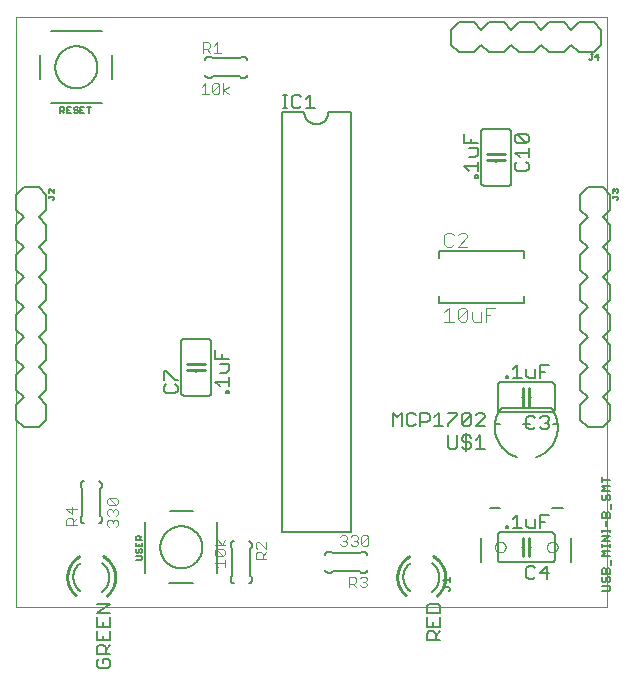
<source format=gto>
G75*
%MOIN*%
%OFA0B0*%
%FSLAX25Y25*%
%IPPOS*%
%LPD*%
%AMOC8*
5,1,8,0,0,1.08239X$1,22.5*
%
%ADD10C,0.00000*%
%ADD11C,0.00600*%
%ADD12C,0.01000*%
%ADD13C,0.00500*%
%ADD14C,0.00800*%
%ADD15C,0.00400*%
D10*
X0001800Y0023186D02*
X0001800Y0220037D01*
X0198650Y0220037D01*
X0198650Y0023186D01*
X0001800Y0023186D01*
X0161367Y0043186D02*
X0161369Y0043270D01*
X0161375Y0043353D01*
X0161385Y0043436D01*
X0161399Y0043519D01*
X0161416Y0043601D01*
X0161438Y0043682D01*
X0161463Y0043761D01*
X0161492Y0043840D01*
X0161525Y0043917D01*
X0161561Y0043992D01*
X0161601Y0044066D01*
X0161644Y0044138D01*
X0161691Y0044207D01*
X0161741Y0044274D01*
X0161794Y0044339D01*
X0161850Y0044401D01*
X0161908Y0044461D01*
X0161970Y0044518D01*
X0162034Y0044571D01*
X0162101Y0044622D01*
X0162170Y0044669D01*
X0162241Y0044714D01*
X0162314Y0044754D01*
X0162389Y0044791D01*
X0162466Y0044825D01*
X0162544Y0044855D01*
X0162623Y0044881D01*
X0162704Y0044904D01*
X0162786Y0044922D01*
X0162868Y0044937D01*
X0162951Y0044948D01*
X0163034Y0044955D01*
X0163118Y0044958D01*
X0163202Y0044957D01*
X0163285Y0044952D01*
X0163369Y0044943D01*
X0163451Y0044930D01*
X0163533Y0044914D01*
X0163614Y0044893D01*
X0163695Y0044869D01*
X0163773Y0044841D01*
X0163851Y0044809D01*
X0163927Y0044773D01*
X0164001Y0044734D01*
X0164073Y0044692D01*
X0164143Y0044646D01*
X0164211Y0044597D01*
X0164276Y0044545D01*
X0164339Y0044490D01*
X0164399Y0044432D01*
X0164457Y0044371D01*
X0164511Y0044307D01*
X0164563Y0044241D01*
X0164611Y0044173D01*
X0164656Y0044102D01*
X0164697Y0044029D01*
X0164736Y0043955D01*
X0164770Y0043879D01*
X0164801Y0043801D01*
X0164828Y0043722D01*
X0164852Y0043641D01*
X0164871Y0043560D01*
X0164887Y0043478D01*
X0164899Y0043395D01*
X0164907Y0043311D01*
X0164911Y0043228D01*
X0164911Y0043144D01*
X0164907Y0043061D01*
X0164899Y0042977D01*
X0164887Y0042894D01*
X0164871Y0042812D01*
X0164852Y0042731D01*
X0164828Y0042650D01*
X0164801Y0042571D01*
X0164770Y0042493D01*
X0164736Y0042417D01*
X0164697Y0042343D01*
X0164656Y0042270D01*
X0164611Y0042199D01*
X0164563Y0042131D01*
X0164511Y0042065D01*
X0164457Y0042001D01*
X0164399Y0041940D01*
X0164339Y0041882D01*
X0164276Y0041827D01*
X0164211Y0041775D01*
X0164143Y0041726D01*
X0164073Y0041680D01*
X0164001Y0041638D01*
X0163927Y0041599D01*
X0163851Y0041563D01*
X0163773Y0041531D01*
X0163695Y0041503D01*
X0163614Y0041479D01*
X0163533Y0041458D01*
X0163451Y0041442D01*
X0163369Y0041429D01*
X0163285Y0041420D01*
X0163202Y0041415D01*
X0163118Y0041414D01*
X0163034Y0041417D01*
X0162951Y0041424D01*
X0162868Y0041435D01*
X0162786Y0041450D01*
X0162704Y0041468D01*
X0162623Y0041491D01*
X0162544Y0041517D01*
X0162466Y0041547D01*
X0162389Y0041581D01*
X0162314Y0041618D01*
X0162241Y0041658D01*
X0162170Y0041703D01*
X0162101Y0041750D01*
X0162034Y0041801D01*
X0161970Y0041854D01*
X0161908Y0041911D01*
X0161850Y0041971D01*
X0161794Y0042033D01*
X0161741Y0042098D01*
X0161691Y0042165D01*
X0161644Y0042234D01*
X0161601Y0042306D01*
X0161561Y0042380D01*
X0161525Y0042455D01*
X0161492Y0042532D01*
X0161463Y0042611D01*
X0161438Y0042690D01*
X0161416Y0042771D01*
X0161399Y0042853D01*
X0161385Y0042936D01*
X0161375Y0043019D01*
X0161369Y0043102D01*
X0161367Y0043186D01*
X0178689Y0043186D02*
X0178691Y0043270D01*
X0178697Y0043353D01*
X0178707Y0043436D01*
X0178721Y0043519D01*
X0178738Y0043601D01*
X0178760Y0043682D01*
X0178785Y0043761D01*
X0178814Y0043840D01*
X0178847Y0043917D01*
X0178883Y0043992D01*
X0178923Y0044066D01*
X0178966Y0044138D01*
X0179013Y0044207D01*
X0179063Y0044274D01*
X0179116Y0044339D01*
X0179172Y0044401D01*
X0179230Y0044461D01*
X0179292Y0044518D01*
X0179356Y0044571D01*
X0179423Y0044622D01*
X0179492Y0044669D01*
X0179563Y0044714D01*
X0179636Y0044754D01*
X0179711Y0044791D01*
X0179788Y0044825D01*
X0179866Y0044855D01*
X0179945Y0044881D01*
X0180026Y0044904D01*
X0180108Y0044922D01*
X0180190Y0044937D01*
X0180273Y0044948D01*
X0180356Y0044955D01*
X0180440Y0044958D01*
X0180524Y0044957D01*
X0180607Y0044952D01*
X0180691Y0044943D01*
X0180773Y0044930D01*
X0180855Y0044914D01*
X0180936Y0044893D01*
X0181017Y0044869D01*
X0181095Y0044841D01*
X0181173Y0044809D01*
X0181249Y0044773D01*
X0181323Y0044734D01*
X0181395Y0044692D01*
X0181465Y0044646D01*
X0181533Y0044597D01*
X0181598Y0044545D01*
X0181661Y0044490D01*
X0181721Y0044432D01*
X0181779Y0044371D01*
X0181833Y0044307D01*
X0181885Y0044241D01*
X0181933Y0044173D01*
X0181978Y0044102D01*
X0182019Y0044029D01*
X0182058Y0043955D01*
X0182092Y0043879D01*
X0182123Y0043801D01*
X0182150Y0043722D01*
X0182174Y0043641D01*
X0182193Y0043560D01*
X0182209Y0043478D01*
X0182221Y0043395D01*
X0182229Y0043311D01*
X0182233Y0043228D01*
X0182233Y0043144D01*
X0182229Y0043061D01*
X0182221Y0042977D01*
X0182209Y0042894D01*
X0182193Y0042812D01*
X0182174Y0042731D01*
X0182150Y0042650D01*
X0182123Y0042571D01*
X0182092Y0042493D01*
X0182058Y0042417D01*
X0182019Y0042343D01*
X0181978Y0042270D01*
X0181933Y0042199D01*
X0181885Y0042131D01*
X0181833Y0042065D01*
X0181779Y0042001D01*
X0181721Y0041940D01*
X0181661Y0041882D01*
X0181598Y0041827D01*
X0181533Y0041775D01*
X0181465Y0041726D01*
X0181395Y0041680D01*
X0181323Y0041638D01*
X0181249Y0041599D01*
X0181173Y0041563D01*
X0181095Y0041531D01*
X0181017Y0041503D01*
X0180936Y0041479D01*
X0180855Y0041458D01*
X0180773Y0041442D01*
X0180691Y0041429D01*
X0180607Y0041420D01*
X0180524Y0041415D01*
X0180440Y0041414D01*
X0180356Y0041417D01*
X0180273Y0041424D01*
X0180190Y0041435D01*
X0180108Y0041450D01*
X0180026Y0041468D01*
X0179945Y0041491D01*
X0179866Y0041517D01*
X0179788Y0041547D01*
X0179711Y0041581D01*
X0179636Y0041618D01*
X0179563Y0041658D01*
X0179492Y0041703D01*
X0179423Y0041750D01*
X0179356Y0041801D01*
X0179292Y0041854D01*
X0179230Y0041911D01*
X0179172Y0041971D01*
X0179116Y0042033D01*
X0179063Y0042098D01*
X0179013Y0042165D01*
X0178966Y0042234D01*
X0178923Y0042306D01*
X0178883Y0042380D01*
X0178847Y0042455D01*
X0178814Y0042532D01*
X0178785Y0042611D01*
X0178760Y0042690D01*
X0178738Y0042771D01*
X0178721Y0042853D01*
X0178707Y0042936D01*
X0178697Y0043019D01*
X0178691Y0043102D01*
X0178689Y0043186D01*
D11*
X0181300Y0039186D02*
X0181298Y0039126D01*
X0181293Y0039065D01*
X0181284Y0039006D01*
X0181271Y0038947D01*
X0181255Y0038888D01*
X0181235Y0038831D01*
X0181212Y0038776D01*
X0181185Y0038721D01*
X0181156Y0038669D01*
X0181123Y0038618D01*
X0181087Y0038569D01*
X0181049Y0038523D01*
X0181007Y0038479D01*
X0180963Y0038437D01*
X0180917Y0038399D01*
X0180868Y0038363D01*
X0180817Y0038330D01*
X0180765Y0038301D01*
X0180710Y0038274D01*
X0180655Y0038251D01*
X0180598Y0038231D01*
X0180539Y0038215D01*
X0180480Y0038202D01*
X0180421Y0038193D01*
X0180360Y0038188D01*
X0180300Y0038186D01*
X0163300Y0038186D01*
X0163240Y0038188D01*
X0163179Y0038193D01*
X0163120Y0038202D01*
X0163061Y0038215D01*
X0163002Y0038231D01*
X0162945Y0038251D01*
X0162890Y0038274D01*
X0162835Y0038301D01*
X0162783Y0038330D01*
X0162732Y0038363D01*
X0162683Y0038399D01*
X0162637Y0038437D01*
X0162593Y0038479D01*
X0162551Y0038523D01*
X0162513Y0038569D01*
X0162477Y0038618D01*
X0162444Y0038669D01*
X0162415Y0038721D01*
X0162388Y0038776D01*
X0162365Y0038831D01*
X0162345Y0038888D01*
X0162329Y0038947D01*
X0162316Y0039006D01*
X0162307Y0039065D01*
X0162302Y0039126D01*
X0162300Y0039186D01*
X0162300Y0047186D01*
X0162302Y0047246D01*
X0162307Y0047307D01*
X0162316Y0047366D01*
X0162329Y0047425D01*
X0162345Y0047484D01*
X0162365Y0047541D01*
X0162388Y0047596D01*
X0162415Y0047651D01*
X0162444Y0047703D01*
X0162477Y0047754D01*
X0162513Y0047803D01*
X0162551Y0047849D01*
X0162593Y0047893D01*
X0162637Y0047935D01*
X0162683Y0047973D01*
X0162732Y0048009D01*
X0162783Y0048042D01*
X0162835Y0048071D01*
X0162890Y0048098D01*
X0162945Y0048121D01*
X0163002Y0048141D01*
X0163061Y0048157D01*
X0163120Y0048170D01*
X0163179Y0048179D01*
X0163240Y0048184D01*
X0163300Y0048186D01*
X0180300Y0048186D01*
X0180360Y0048184D01*
X0180421Y0048179D01*
X0180480Y0048170D01*
X0180539Y0048157D01*
X0180598Y0048141D01*
X0180655Y0048121D01*
X0180710Y0048098D01*
X0180765Y0048071D01*
X0180817Y0048042D01*
X0180868Y0048009D01*
X0180917Y0047973D01*
X0180963Y0047935D01*
X0181007Y0047893D01*
X0181049Y0047849D01*
X0181087Y0047803D01*
X0181123Y0047754D01*
X0181156Y0047703D01*
X0181185Y0047651D01*
X0181212Y0047596D01*
X0181235Y0047541D01*
X0181255Y0047484D01*
X0181271Y0047425D01*
X0181284Y0047366D01*
X0181293Y0047307D01*
X0181298Y0047246D01*
X0181300Y0047186D01*
X0181300Y0039186D01*
X0173300Y0043186D02*
X0172800Y0043186D01*
X0170800Y0043186D02*
X0170300Y0043186D01*
X0146500Y0033168D02*
X0146500Y0031433D01*
X0146500Y0032300D02*
X0143898Y0032300D01*
X0144765Y0031433D01*
X0143898Y0030221D02*
X0143898Y0029354D01*
X0143898Y0029787D02*
X0146066Y0029787D01*
X0146500Y0029354D01*
X0146500Y0028920D01*
X0146066Y0028486D01*
X0130800Y0033186D02*
X0130802Y0033338D01*
X0130808Y0033489D01*
X0130817Y0033640D01*
X0130831Y0033792D01*
X0130848Y0033942D01*
X0130869Y0034092D01*
X0130894Y0034242D01*
X0130922Y0034391D01*
X0130955Y0034539D01*
X0130991Y0034686D01*
X0131030Y0034833D01*
X0131074Y0034978D01*
X0131121Y0035122D01*
X0131172Y0035265D01*
X0131226Y0035406D01*
X0131284Y0035547D01*
X0131345Y0035685D01*
X0131410Y0035822D01*
X0131479Y0035958D01*
X0131550Y0036091D01*
X0131625Y0036223D01*
X0131704Y0036353D01*
X0131785Y0036480D01*
X0131870Y0036606D01*
X0131958Y0036730D01*
X0132049Y0036851D01*
X0132143Y0036970D01*
X0132241Y0037086D01*
X0132341Y0037200D01*
X0132443Y0037312D01*
X0132549Y0037420D01*
X0132657Y0037526D01*
X0132768Y0037630D01*
X0132882Y0037730D01*
X0132998Y0037828D01*
X0133117Y0037922D01*
X0142800Y0033186D02*
X0142798Y0033032D01*
X0142792Y0032878D01*
X0142782Y0032724D01*
X0142768Y0032570D01*
X0142751Y0032417D01*
X0142729Y0032265D01*
X0142703Y0032113D01*
X0142674Y0031961D01*
X0142640Y0031811D01*
X0142603Y0031661D01*
X0142562Y0031513D01*
X0142517Y0031365D01*
X0142468Y0031219D01*
X0142416Y0031074D01*
X0142360Y0030931D01*
X0142300Y0030788D01*
X0142237Y0030648D01*
X0142170Y0030509D01*
X0142099Y0030372D01*
X0142025Y0030237D01*
X0141948Y0030104D01*
X0141867Y0029972D01*
X0141783Y0029843D01*
X0141695Y0029716D01*
X0141604Y0029592D01*
X0141511Y0029470D01*
X0141413Y0029350D01*
X0141313Y0029233D01*
X0141210Y0029118D01*
X0141104Y0029006D01*
X0140996Y0028897D01*
X0140884Y0028791D01*
X0140770Y0028687D01*
X0140653Y0028587D01*
X0140534Y0028489D01*
X0140412Y0028395D01*
X0140287Y0028304D01*
X0142800Y0033186D02*
X0142798Y0033336D01*
X0142792Y0033487D01*
X0142783Y0033637D01*
X0142770Y0033786D01*
X0142753Y0033936D01*
X0142732Y0034085D01*
X0142708Y0034233D01*
X0142680Y0034381D01*
X0142648Y0034528D01*
X0142613Y0034674D01*
X0142573Y0034819D01*
X0142531Y0034963D01*
X0142484Y0035106D01*
X0142434Y0035248D01*
X0142381Y0035389D01*
X0142324Y0035528D01*
X0142264Y0035666D01*
X0142200Y0035802D01*
X0142133Y0035936D01*
X0142062Y0036069D01*
X0141988Y0036200D01*
X0141911Y0036329D01*
X0141830Y0036456D01*
X0141747Y0036581D01*
X0141660Y0036704D01*
X0141571Y0036825D01*
X0141478Y0036943D01*
X0141382Y0037059D01*
X0141284Y0037173D01*
X0141183Y0037284D01*
X0141078Y0037393D01*
X0140972Y0037498D01*
X0140862Y0037602D01*
X0140750Y0037702D01*
X0140636Y0037800D01*
X0140519Y0037894D01*
X0140400Y0037986D01*
X0130800Y0033186D02*
X0130802Y0033034D01*
X0130808Y0032883D01*
X0130817Y0032732D01*
X0130831Y0032580D01*
X0130848Y0032430D01*
X0130869Y0032280D01*
X0130894Y0032130D01*
X0130922Y0031981D01*
X0130955Y0031833D01*
X0130991Y0031686D01*
X0131030Y0031539D01*
X0131074Y0031394D01*
X0131121Y0031250D01*
X0131172Y0031107D01*
X0131226Y0030966D01*
X0131284Y0030825D01*
X0131345Y0030687D01*
X0131410Y0030550D01*
X0131479Y0030414D01*
X0131550Y0030281D01*
X0131625Y0030149D01*
X0131704Y0030019D01*
X0131785Y0029892D01*
X0131870Y0029766D01*
X0131958Y0029642D01*
X0132049Y0029521D01*
X0132143Y0029402D01*
X0132241Y0029286D01*
X0132341Y0029172D01*
X0132443Y0029060D01*
X0132549Y0028952D01*
X0132657Y0028846D01*
X0132768Y0028742D01*
X0132882Y0028642D01*
X0132998Y0028544D01*
X0133117Y0028450D01*
X0117800Y0034686D02*
X0116800Y0034686D01*
X0116300Y0035186D01*
X0107300Y0035186D01*
X0106800Y0034686D01*
X0105800Y0034686D01*
X0105740Y0034688D01*
X0105679Y0034693D01*
X0105620Y0034702D01*
X0105561Y0034715D01*
X0105502Y0034731D01*
X0105445Y0034751D01*
X0105390Y0034774D01*
X0105335Y0034801D01*
X0105283Y0034830D01*
X0105232Y0034863D01*
X0105183Y0034899D01*
X0105137Y0034937D01*
X0105093Y0034979D01*
X0105051Y0035023D01*
X0105013Y0035069D01*
X0104977Y0035118D01*
X0104944Y0035169D01*
X0104915Y0035221D01*
X0104888Y0035276D01*
X0104865Y0035331D01*
X0104845Y0035388D01*
X0104829Y0035447D01*
X0104816Y0035506D01*
X0104807Y0035565D01*
X0104802Y0035626D01*
X0104800Y0035686D01*
X0104800Y0040686D02*
X0104802Y0040746D01*
X0104807Y0040807D01*
X0104816Y0040866D01*
X0104829Y0040925D01*
X0104845Y0040984D01*
X0104865Y0041041D01*
X0104888Y0041096D01*
X0104915Y0041151D01*
X0104944Y0041203D01*
X0104977Y0041254D01*
X0105013Y0041303D01*
X0105051Y0041349D01*
X0105093Y0041393D01*
X0105137Y0041435D01*
X0105183Y0041473D01*
X0105232Y0041509D01*
X0105283Y0041542D01*
X0105335Y0041571D01*
X0105390Y0041598D01*
X0105445Y0041621D01*
X0105502Y0041641D01*
X0105561Y0041657D01*
X0105620Y0041670D01*
X0105679Y0041679D01*
X0105740Y0041684D01*
X0105800Y0041686D01*
X0106800Y0041686D01*
X0107300Y0041186D01*
X0116300Y0041186D01*
X0116800Y0041686D01*
X0117800Y0041686D01*
X0117860Y0041684D01*
X0117921Y0041679D01*
X0117980Y0041670D01*
X0118039Y0041657D01*
X0118098Y0041641D01*
X0118155Y0041621D01*
X0118210Y0041598D01*
X0118265Y0041571D01*
X0118317Y0041542D01*
X0118368Y0041509D01*
X0118417Y0041473D01*
X0118463Y0041435D01*
X0118507Y0041393D01*
X0118549Y0041349D01*
X0118587Y0041303D01*
X0118623Y0041254D01*
X0118656Y0041203D01*
X0118685Y0041151D01*
X0118712Y0041096D01*
X0118735Y0041041D01*
X0118755Y0040984D01*
X0118771Y0040925D01*
X0118784Y0040866D01*
X0118793Y0040807D01*
X0118798Y0040746D01*
X0118800Y0040686D01*
X0118800Y0035686D02*
X0118798Y0035626D01*
X0118793Y0035565D01*
X0118784Y0035506D01*
X0118771Y0035447D01*
X0118755Y0035388D01*
X0118735Y0035331D01*
X0118712Y0035276D01*
X0118685Y0035221D01*
X0118656Y0035169D01*
X0118623Y0035118D01*
X0118587Y0035069D01*
X0118549Y0035023D01*
X0118507Y0034979D01*
X0118463Y0034937D01*
X0118417Y0034899D01*
X0118368Y0034863D01*
X0118317Y0034830D01*
X0118265Y0034801D01*
X0118210Y0034774D01*
X0118155Y0034751D01*
X0118098Y0034731D01*
X0118039Y0034715D01*
X0117980Y0034702D01*
X0117921Y0034693D01*
X0117860Y0034688D01*
X0117800Y0034686D01*
X0113300Y0048186D02*
X0090300Y0048186D01*
X0090300Y0188186D01*
X0097800Y0188186D01*
X0097802Y0188060D01*
X0097808Y0187935D01*
X0097818Y0187810D01*
X0097832Y0187685D01*
X0097849Y0187560D01*
X0097871Y0187436D01*
X0097896Y0187313D01*
X0097926Y0187191D01*
X0097959Y0187070D01*
X0097996Y0186950D01*
X0098036Y0186831D01*
X0098081Y0186714D01*
X0098129Y0186597D01*
X0098181Y0186483D01*
X0098236Y0186370D01*
X0098295Y0186259D01*
X0098357Y0186150D01*
X0098423Y0186043D01*
X0098492Y0185938D01*
X0098564Y0185835D01*
X0098639Y0185734D01*
X0098718Y0185636D01*
X0098800Y0185541D01*
X0098884Y0185448D01*
X0098972Y0185358D01*
X0099062Y0185270D01*
X0099155Y0185186D01*
X0099250Y0185104D01*
X0099348Y0185025D01*
X0099449Y0184950D01*
X0099552Y0184878D01*
X0099657Y0184809D01*
X0099764Y0184743D01*
X0099873Y0184681D01*
X0099984Y0184622D01*
X0100097Y0184567D01*
X0100211Y0184515D01*
X0100328Y0184467D01*
X0100445Y0184422D01*
X0100564Y0184382D01*
X0100684Y0184345D01*
X0100805Y0184312D01*
X0100927Y0184282D01*
X0101050Y0184257D01*
X0101174Y0184235D01*
X0101299Y0184218D01*
X0101424Y0184204D01*
X0101549Y0184194D01*
X0101674Y0184188D01*
X0101800Y0184186D01*
X0101926Y0184188D01*
X0102051Y0184194D01*
X0102176Y0184204D01*
X0102301Y0184218D01*
X0102426Y0184235D01*
X0102550Y0184257D01*
X0102673Y0184282D01*
X0102795Y0184312D01*
X0102916Y0184345D01*
X0103036Y0184382D01*
X0103155Y0184422D01*
X0103272Y0184467D01*
X0103389Y0184515D01*
X0103503Y0184567D01*
X0103616Y0184622D01*
X0103727Y0184681D01*
X0103836Y0184743D01*
X0103943Y0184809D01*
X0104048Y0184878D01*
X0104151Y0184950D01*
X0104252Y0185025D01*
X0104350Y0185104D01*
X0104445Y0185186D01*
X0104538Y0185270D01*
X0104628Y0185358D01*
X0104716Y0185448D01*
X0104800Y0185541D01*
X0104882Y0185636D01*
X0104961Y0185734D01*
X0105036Y0185835D01*
X0105108Y0185938D01*
X0105177Y0186043D01*
X0105243Y0186150D01*
X0105305Y0186259D01*
X0105364Y0186370D01*
X0105419Y0186483D01*
X0105471Y0186597D01*
X0105519Y0186714D01*
X0105564Y0186831D01*
X0105604Y0186950D01*
X0105641Y0187070D01*
X0105674Y0187191D01*
X0105704Y0187313D01*
X0105729Y0187436D01*
X0105751Y0187560D01*
X0105768Y0187685D01*
X0105782Y0187810D01*
X0105792Y0187935D01*
X0105798Y0188060D01*
X0105800Y0188186D01*
X0113300Y0188186D01*
X0113300Y0048186D01*
X0080300Y0044186D02*
X0080300Y0043186D01*
X0079800Y0042686D01*
X0079800Y0033686D01*
X0080300Y0033186D01*
X0080300Y0032186D01*
X0080298Y0032126D01*
X0080293Y0032065D01*
X0080284Y0032006D01*
X0080271Y0031947D01*
X0080255Y0031888D01*
X0080235Y0031831D01*
X0080212Y0031776D01*
X0080185Y0031721D01*
X0080156Y0031669D01*
X0080123Y0031618D01*
X0080087Y0031569D01*
X0080049Y0031523D01*
X0080007Y0031479D01*
X0079963Y0031437D01*
X0079917Y0031399D01*
X0079868Y0031363D01*
X0079817Y0031330D01*
X0079765Y0031301D01*
X0079710Y0031274D01*
X0079655Y0031251D01*
X0079598Y0031231D01*
X0079539Y0031215D01*
X0079480Y0031202D01*
X0079421Y0031193D01*
X0079360Y0031188D01*
X0079300Y0031186D01*
X0074300Y0031186D02*
X0074240Y0031188D01*
X0074179Y0031193D01*
X0074120Y0031202D01*
X0074061Y0031215D01*
X0074002Y0031231D01*
X0073945Y0031251D01*
X0073890Y0031274D01*
X0073835Y0031301D01*
X0073783Y0031330D01*
X0073732Y0031363D01*
X0073683Y0031399D01*
X0073637Y0031437D01*
X0073593Y0031479D01*
X0073551Y0031523D01*
X0073513Y0031569D01*
X0073477Y0031618D01*
X0073444Y0031669D01*
X0073415Y0031721D01*
X0073388Y0031776D01*
X0073365Y0031831D01*
X0073345Y0031888D01*
X0073329Y0031947D01*
X0073316Y0032006D01*
X0073307Y0032065D01*
X0073302Y0032126D01*
X0073300Y0032186D01*
X0073300Y0033186D01*
X0073800Y0033686D01*
X0073800Y0042686D01*
X0073300Y0043186D01*
X0073300Y0044186D01*
X0073302Y0044246D01*
X0073307Y0044307D01*
X0073316Y0044366D01*
X0073329Y0044425D01*
X0073345Y0044484D01*
X0073365Y0044541D01*
X0073388Y0044596D01*
X0073415Y0044651D01*
X0073444Y0044703D01*
X0073477Y0044754D01*
X0073513Y0044803D01*
X0073551Y0044849D01*
X0073593Y0044893D01*
X0073637Y0044935D01*
X0073683Y0044973D01*
X0073732Y0045009D01*
X0073783Y0045042D01*
X0073835Y0045071D01*
X0073890Y0045098D01*
X0073945Y0045121D01*
X0074002Y0045141D01*
X0074061Y0045157D01*
X0074120Y0045170D01*
X0074179Y0045179D01*
X0074240Y0045184D01*
X0074300Y0045186D01*
X0079300Y0045186D02*
X0079360Y0045184D01*
X0079421Y0045179D01*
X0079480Y0045170D01*
X0079539Y0045157D01*
X0079598Y0045141D01*
X0079655Y0045121D01*
X0079710Y0045098D01*
X0079765Y0045071D01*
X0079817Y0045042D01*
X0079868Y0045009D01*
X0079917Y0044973D01*
X0079963Y0044935D01*
X0080007Y0044893D01*
X0080049Y0044849D01*
X0080087Y0044803D01*
X0080123Y0044754D01*
X0080156Y0044703D01*
X0080185Y0044651D01*
X0080212Y0044596D01*
X0080235Y0044541D01*
X0080255Y0044484D01*
X0080271Y0044425D01*
X0080284Y0044366D01*
X0080293Y0044307D01*
X0080298Y0044246D01*
X0080300Y0044186D01*
X0065800Y0093686D02*
X0057800Y0093686D01*
X0057740Y0093688D01*
X0057679Y0093693D01*
X0057620Y0093702D01*
X0057561Y0093715D01*
X0057502Y0093731D01*
X0057445Y0093751D01*
X0057390Y0093774D01*
X0057335Y0093801D01*
X0057283Y0093830D01*
X0057232Y0093863D01*
X0057183Y0093899D01*
X0057137Y0093937D01*
X0057093Y0093979D01*
X0057051Y0094023D01*
X0057013Y0094069D01*
X0056977Y0094118D01*
X0056944Y0094169D01*
X0056915Y0094221D01*
X0056888Y0094276D01*
X0056865Y0094331D01*
X0056845Y0094388D01*
X0056829Y0094447D01*
X0056816Y0094506D01*
X0056807Y0094565D01*
X0056802Y0094626D01*
X0056800Y0094686D01*
X0056800Y0111686D01*
X0056802Y0111746D01*
X0056807Y0111807D01*
X0056816Y0111866D01*
X0056829Y0111925D01*
X0056845Y0111984D01*
X0056865Y0112041D01*
X0056888Y0112096D01*
X0056915Y0112151D01*
X0056944Y0112203D01*
X0056977Y0112254D01*
X0057013Y0112303D01*
X0057051Y0112349D01*
X0057093Y0112393D01*
X0057137Y0112435D01*
X0057183Y0112473D01*
X0057232Y0112509D01*
X0057283Y0112542D01*
X0057335Y0112571D01*
X0057390Y0112598D01*
X0057445Y0112621D01*
X0057502Y0112641D01*
X0057561Y0112657D01*
X0057620Y0112670D01*
X0057679Y0112679D01*
X0057740Y0112684D01*
X0057800Y0112686D01*
X0065800Y0112686D01*
X0065860Y0112684D01*
X0065921Y0112679D01*
X0065980Y0112670D01*
X0066039Y0112657D01*
X0066098Y0112641D01*
X0066155Y0112621D01*
X0066210Y0112598D01*
X0066265Y0112571D01*
X0066317Y0112542D01*
X0066368Y0112509D01*
X0066417Y0112473D01*
X0066463Y0112435D01*
X0066507Y0112393D01*
X0066549Y0112349D01*
X0066587Y0112303D01*
X0066623Y0112254D01*
X0066656Y0112203D01*
X0066685Y0112151D01*
X0066712Y0112096D01*
X0066735Y0112041D01*
X0066755Y0111984D01*
X0066771Y0111925D01*
X0066784Y0111866D01*
X0066793Y0111807D01*
X0066798Y0111746D01*
X0066800Y0111686D01*
X0066800Y0094686D01*
X0066798Y0094626D01*
X0066793Y0094565D01*
X0066784Y0094506D01*
X0066771Y0094447D01*
X0066755Y0094388D01*
X0066735Y0094331D01*
X0066712Y0094276D01*
X0066685Y0094221D01*
X0066656Y0094169D01*
X0066623Y0094118D01*
X0066587Y0094069D01*
X0066549Y0094023D01*
X0066507Y0093979D01*
X0066463Y0093937D01*
X0066417Y0093899D01*
X0066368Y0093863D01*
X0066317Y0093830D01*
X0066265Y0093801D01*
X0066210Y0093774D01*
X0066155Y0093751D01*
X0066098Y0093731D01*
X0066039Y0093715D01*
X0065980Y0093702D01*
X0065921Y0093693D01*
X0065860Y0093688D01*
X0065800Y0093686D01*
X0061800Y0101686D02*
X0061800Y0102186D01*
X0061800Y0104186D02*
X0061800Y0104686D01*
X0030300Y0064186D02*
X0030300Y0063186D01*
X0029800Y0062686D01*
X0029800Y0053686D01*
X0030300Y0053186D01*
X0030300Y0052186D01*
X0030298Y0052126D01*
X0030293Y0052065D01*
X0030284Y0052006D01*
X0030271Y0051947D01*
X0030255Y0051888D01*
X0030235Y0051831D01*
X0030212Y0051776D01*
X0030185Y0051721D01*
X0030156Y0051669D01*
X0030123Y0051618D01*
X0030087Y0051569D01*
X0030049Y0051523D01*
X0030007Y0051479D01*
X0029963Y0051437D01*
X0029917Y0051399D01*
X0029868Y0051363D01*
X0029817Y0051330D01*
X0029765Y0051301D01*
X0029710Y0051274D01*
X0029655Y0051251D01*
X0029598Y0051231D01*
X0029539Y0051215D01*
X0029480Y0051202D01*
X0029421Y0051193D01*
X0029360Y0051188D01*
X0029300Y0051186D01*
X0024300Y0051186D02*
X0024240Y0051188D01*
X0024179Y0051193D01*
X0024120Y0051202D01*
X0024061Y0051215D01*
X0024002Y0051231D01*
X0023945Y0051251D01*
X0023890Y0051274D01*
X0023835Y0051301D01*
X0023783Y0051330D01*
X0023732Y0051363D01*
X0023683Y0051399D01*
X0023637Y0051437D01*
X0023593Y0051479D01*
X0023551Y0051523D01*
X0023513Y0051569D01*
X0023477Y0051618D01*
X0023444Y0051669D01*
X0023415Y0051721D01*
X0023388Y0051776D01*
X0023365Y0051831D01*
X0023345Y0051888D01*
X0023329Y0051947D01*
X0023316Y0052006D01*
X0023307Y0052065D01*
X0023302Y0052126D01*
X0023300Y0052186D01*
X0023300Y0053186D01*
X0023800Y0053686D01*
X0023800Y0062686D01*
X0023300Y0063186D01*
X0023300Y0064186D01*
X0023302Y0064246D01*
X0023307Y0064307D01*
X0023316Y0064366D01*
X0023329Y0064425D01*
X0023345Y0064484D01*
X0023365Y0064541D01*
X0023388Y0064596D01*
X0023415Y0064651D01*
X0023444Y0064703D01*
X0023477Y0064754D01*
X0023513Y0064803D01*
X0023551Y0064849D01*
X0023593Y0064893D01*
X0023637Y0064935D01*
X0023683Y0064973D01*
X0023732Y0065009D01*
X0023783Y0065042D01*
X0023835Y0065071D01*
X0023890Y0065098D01*
X0023945Y0065121D01*
X0024002Y0065141D01*
X0024061Y0065157D01*
X0024120Y0065170D01*
X0024179Y0065179D01*
X0024240Y0065184D01*
X0024300Y0065186D01*
X0029300Y0065186D02*
X0029360Y0065184D01*
X0029421Y0065179D01*
X0029480Y0065170D01*
X0029539Y0065157D01*
X0029598Y0065141D01*
X0029655Y0065121D01*
X0029710Y0065098D01*
X0029765Y0065071D01*
X0029817Y0065042D01*
X0029868Y0065009D01*
X0029917Y0064973D01*
X0029963Y0064935D01*
X0030007Y0064893D01*
X0030049Y0064849D01*
X0030087Y0064803D01*
X0030123Y0064754D01*
X0030156Y0064703D01*
X0030185Y0064651D01*
X0030212Y0064596D01*
X0030235Y0064541D01*
X0030255Y0064484D01*
X0030271Y0064425D01*
X0030284Y0064366D01*
X0030293Y0064307D01*
X0030298Y0064246D01*
X0030300Y0064186D01*
X0032800Y0033186D02*
X0032798Y0033032D01*
X0032792Y0032878D01*
X0032782Y0032724D01*
X0032768Y0032570D01*
X0032751Y0032417D01*
X0032729Y0032265D01*
X0032703Y0032113D01*
X0032674Y0031961D01*
X0032640Y0031811D01*
X0032603Y0031661D01*
X0032562Y0031513D01*
X0032517Y0031365D01*
X0032468Y0031219D01*
X0032416Y0031074D01*
X0032360Y0030931D01*
X0032300Y0030788D01*
X0032237Y0030648D01*
X0032170Y0030509D01*
X0032099Y0030372D01*
X0032025Y0030237D01*
X0031948Y0030104D01*
X0031867Y0029972D01*
X0031783Y0029843D01*
X0031695Y0029716D01*
X0031604Y0029592D01*
X0031511Y0029470D01*
X0031413Y0029350D01*
X0031313Y0029233D01*
X0031210Y0029118D01*
X0031104Y0029006D01*
X0030996Y0028897D01*
X0030884Y0028791D01*
X0030770Y0028687D01*
X0030653Y0028587D01*
X0030534Y0028489D01*
X0030412Y0028395D01*
X0030287Y0028304D01*
X0020800Y0033186D02*
X0020802Y0033338D01*
X0020808Y0033489D01*
X0020817Y0033640D01*
X0020831Y0033792D01*
X0020848Y0033942D01*
X0020869Y0034092D01*
X0020894Y0034242D01*
X0020922Y0034391D01*
X0020955Y0034539D01*
X0020991Y0034686D01*
X0021030Y0034833D01*
X0021074Y0034978D01*
X0021121Y0035122D01*
X0021172Y0035265D01*
X0021226Y0035406D01*
X0021284Y0035547D01*
X0021345Y0035685D01*
X0021410Y0035822D01*
X0021479Y0035958D01*
X0021550Y0036091D01*
X0021625Y0036223D01*
X0021704Y0036353D01*
X0021785Y0036480D01*
X0021870Y0036606D01*
X0021958Y0036730D01*
X0022049Y0036851D01*
X0022143Y0036970D01*
X0022241Y0037086D01*
X0022341Y0037200D01*
X0022443Y0037312D01*
X0022549Y0037420D01*
X0022657Y0037526D01*
X0022768Y0037630D01*
X0022882Y0037730D01*
X0022998Y0037828D01*
X0023117Y0037922D01*
X0020800Y0033186D02*
X0020802Y0033034D01*
X0020808Y0032883D01*
X0020817Y0032732D01*
X0020831Y0032580D01*
X0020848Y0032430D01*
X0020869Y0032280D01*
X0020894Y0032130D01*
X0020922Y0031981D01*
X0020955Y0031833D01*
X0020991Y0031686D01*
X0021030Y0031539D01*
X0021074Y0031394D01*
X0021121Y0031250D01*
X0021172Y0031107D01*
X0021226Y0030966D01*
X0021284Y0030825D01*
X0021345Y0030687D01*
X0021410Y0030550D01*
X0021479Y0030414D01*
X0021550Y0030281D01*
X0021625Y0030149D01*
X0021704Y0030019D01*
X0021785Y0029892D01*
X0021870Y0029766D01*
X0021958Y0029642D01*
X0022049Y0029521D01*
X0022143Y0029402D01*
X0022241Y0029286D01*
X0022341Y0029172D01*
X0022443Y0029060D01*
X0022549Y0028952D01*
X0022657Y0028846D01*
X0022768Y0028742D01*
X0022882Y0028642D01*
X0022998Y0028544D01*
X0023117Y0028450D01*
X0032800Y0033186D02*
X0032798Y0033336D01*
X0032792Y0033487D01*
X0032783Y0033637D01*
X0032770Y0033786D01*
X0032753Y0033936D01*
X0032732Y0034085D01*
X0032708Y0034233D01*
X0032680Y0034381D01*
X0032648Y0034528D01*
X0032613Y0034674D01*
X0032573Y0034819D01*
X0032531Y0034963D01*
X0032484Y0035106D01*
X0032434Y0035248D01*
X0032381Y0035389D01*
X0032324Y0035528D01*
X0032264Y0035666D01*
X0032200Y0035802D01*
X0032133Y0035936D01*
X0032062Y0036069D01*
X0031988Y0036200D01*
X0031911Y0036329D01*
X0031830Y0036456D01*
X0031747Y0036581D01*
X0031660Y0036704D01*
X0031571Y0036825D01*
X0031478Y0036943D01*
X0031382Y0037059D01*
X0031284Y0037173D01*
X0031183Y0037284D01*
X0031078Y0037393D01*
X0030972Y0037498D01*
X0030862Y0037602D01*
X0030750Y0037702D01*
X0030636Y0037800D01*
X0030519Y0037894D01*
X0030400Y0037986D01*
X0156800Y0164686D02*
X0156800Y0181686D01*
X0156802Y0181746D01*
X0156807Y0181807D01*
X0156816Y0181866D01*
X0156829Y0181925D01*
X0156845Y0181984D01*
X0156865Y0182041D01*
X0156888Y0182096D01*
X0156915Y0182151D01*
X0156944Y0182203D01*
X0156977Y0182254D01*
X0157013Y0182303D01*
X0157051Y0182349D01*
X0157093Y0182393D01*
X0157137Y0182435D01*
X0157183Y0182473D01*
X0157232Y0182509D01*
X0157283Y0182542D01*
X0157335Y0182571D01*
X0157390Y0182598D01*
X0157445Y0182621D01*
X0157502Y0182641D01*
X0157561Y0182657D01*
X0157620Y0182670D01*
X0157679Y0182679D01*
X0157740Y0182684D01*
X0157800Y0182686D01*
X0165800Y0182686D01*
X0165860Y0182684D01*
X0165921Y0182679D01*
X0165980Y0182670D01*
X0166039Y0182657D01*
X0166098Y0182641D01*
X0166155Y0182621D01*
X0166210Y0182598D01*
X0166265Y0182571D01*
X0166317Y0182542D01*
X0166368Y0182509D01*
X0166417Y0182473D01*
X0166463Y0182435D01*
X0166507Y0182393D01*
X0166549Y0182349D01*
X0166587Y0182303D01*
X0166623Y0182254D01*
X0166656Y0182203D01*
X0166685Y0182151D01*
X0166712Y0182096D01*
X0166735Y0182041D01*
X0166755Y0181984D01*
X0166771Y0181925D01*
X0166784Y0181866D01*
X0166793Y0181807D01*
X0166798Y0181746D01*
X0166800Y0181686D01*
X0166800Y0164686D01*
X0166798Y0164626D01*
X0166793Y0164565D01*
X0166784Y0164506D01*
X0166771Y0164447D01*
X0166755Y0164388D01*
X0166735Y0164331D01*
X0166712Y0164276D01*
X0166685Y0164221D01*
X0166656Y0164169D01*
X0166623Y0164118D01*
X0166587Y0164069D01*
X0166549Y0164023D01*
X0166507Y0163979D01*
X0166463Y0163937D01*
X0166417Y0163899D01*
X0166368Y0163863D01*
X0166317Y0163830D01*
X0166265Y0163801D01*
X0166210Y0163774D01*
X0166155Y0163751D01*
X0166098Y0163731D01*
X0166039Y0163715D01*
X0165980Y0163702D01*
X0165921Y0163693D01*
X0165860Y0163688D01*
X0165800Y0163686D01*
X0157800Y0163686D01*
X0157740Y0163688D01*
X0157679Y0163693D01*
X0157620Y0163702D01*
X0157561Y0163715D01*
X0157502Y0163731D01*
X0157445Y0163751D01*
X0157390Y0163774D01*
X0157335Y0163801D01*
X0157283Y0163830D01*
X0157232Y0163863D01*
X0157183Y0163899D01*
X0157137Y0163937D01*
X0157093Y0163979D01*
X0157051Y0164023D01*
X0157013Y0164069D01*
X0156977Y0164118D01*
X0156944Y0164169D01*
X0156915Y0164221D01*
X0156888Y0164276D01*
X0156865Y0164331D01*
X0156845Y0164388D01*
X0156829Y0164447D01*
X0156816Y0164506D01*
X0156807Y0164565D01*
X0156802Y0164626D01*
X0156800Y0164686D01*
X0161800Y0171686D02*
X0161800Y0172186D01*
X0161800Y0174186D02*
X0161800Y0174686D01*
X0163300Y0098186D02*
X0180300Y0098186D01*
X0180360Y0098184D01*
X0180421Y0098179D01*
X0180480Y0098170D01*
X0180539Y0098157D01*
X0180598Y0098141D01*
X0180655Y0098121D01*
X0180710Y0098098D01*
X0180765Y0098071D01*
X0180817Y0098042D01*
X0180868Y0098009D01*
X0180917Y0097973D01*
X0180963Y0097935D01*
X0181007Y0097893D01*
X0181049Y0097849D01*
X0181087Y0097803D01*
X0181123Y0097754D01*
X0181156Y0097703D01*
X0181185Y0097651D01*
X0181212Y0097596D01*
X0181235Y0097541D01*
X0181255Y0097484D01*
X0181271Y0097425D01*
X0181284Y0097366D01*
X0181293Y0097307D01*
X0181298Y0097246D01*
X0181300Y0097186D01*
X0181300Y0089186D01*
X0181298Y0089126D01*
X0181293Y0089065D01*
X0181284Y0089006D01*
X0181271Y0088947D01*
X0181255Y0088888D01*
X0181235Y0088831D01*
X0181212Y0088776D01*
X0181185Y0088721D01*
X0181156Y0088669D01*
X0181123Y0088618D01*
X0181087Y0088569D01*
X0181049Y0088523D01*
X0181007Y0088479D01*
X0180963Y0088437D01*
X0180917Y0088399D01*
X0180868Y0088363D01*
X0180817Y0088330D01*
X0180765Y0088301D01*
X0180710Y0088274D01*
X0180655Y0088251D01*
X0180598Y0088231D01*
X0180539Y0088215D01*
X0180480Y0088202D01*
X0180421Y0088193D01*
X0180360Y0088188D01*
X0180300Y0088186D01*
X0163300Y0088186D01*
X0163240Y0088188D01*
X0163179Y0088193D01*
X0163120Y0088202D01*
X0163061Y0088215D01*
X0163002Y0088231D01*
X0162945Y0088251D01*
X0162890Y0088274D01*
X0162835Y0088301D01*
X0162783Y0088330D01*
X0162732Y0088363D01*
X0162683Y0088399D01*
X0162637Y0088437D01*
X0162593Y0088479D01*
X0162551Y0088523D01*
X0162513Y0088569D01*
X0162477Y0088618D01*
X0162444Y0088669D01*
X0162415Y0088721D01*
X0162388Y0088776D01*
X0162365Y0088831D01*
X0162345Y0088888D01*
X0162329Y0088947D01*
X0162316Y0089006D01*
X0162307Y0089065D01*
X0162302Y0089126D01*
X0162300Y0089186D01*
X0162300Y0097186D01*
X0162302Y0097246D01*
X0162307Y0097307D01*
X0162316Y0097366D01*
X0162329Y0097425D01*
X0162345Y0097484D01*
X0162365Y0097541D01*
X0162388Y0097596D01*
X0162415Y0097651D01*
X0162444Y0097703D01*
X0162477Y0097754D01*
X0162513Y0097803D01*
X0162551Y0097849D01*
X0162593Y0097893D01*
X0162637Y0097935D01*
X0162683Y0097973D01*
X0162732Y0098009D01*
X0162783Y0098042D01*
X0162835Y0098071D01*
X0162890Y0098098D01*
X0162945Y0098121D01*
X0163002Y0098141D01*
X0163061Y0098157D01*
X0163120Y0098170D01*
X0163179Y0098179D01*
X0163240Y0098184D01*
X0163300Y0098186D01*
X0170300Y0093186D02*
X0170800Y0093186D01*
X0172800Y0093186D02*
X0173300Y0093186D01*
X0197098Y0066562D02*
X0197098Y0064827D01*
X0197098Y0065694D02*
X0199700Y0065694D01*
X0199700Y0063615D02*
X0197098Y0063615D01*
X0197965Y0062748D01*
X0197098Y0061880D01*
X0199700Y0061880D01*
X0199266Y0060668D02*
X0199700Y0060235D01*
X0199700Y0059367D01*
X0199266Y0058934D01*
X0198399Y0059367D02*
X0198399Y0060235D01*
X0198833Y0060668D01*
X0199266Y0060668D01*
X0198399Y0059367D02*
X0197965Y0058934D01*
X0197531Y0058934D01*
X0197098Y0059367D01*
X0197098Y0060235D01*
X0197531Y0060668D01*
X0200134Y0057722D02*
X0200134Y0055987D01*
X0199266Y0054775D02*
X0199700Y0054342D01*
X0199700Y0053041D01*
X0197098Y0053041D01*
X0197098Y0054342D01*
X0197531Y0054775D01*
X0197965Y0054775D01*
X0198399Y0054342D01*
X0198399Y0053041D01*
X0198399Y0051829D02*
X0198399Y0050094D01*
X0199700Y0048997D02*
X0199700Y0048130D01*
X0199700Y0048563D02*
X0197098Y0048563D01*
X0197098Y0048130D02*
X0197098Y0048997D01*
X0197098Y0046918D02*
X0199700Y0046918D01*
X0197098Y0045183D01*
X0199700Y0045183D01*
X0199700Y0044086D02*
X0199700Y0043219D01*
X0199700Y0043653D02*
X0197098Y0043653D01*
X0197098Y0044086D02*
X0197098Y0043219D01*
X0197098Y0042007D02*
X0199700Y0042007D01*
X0199700Y0040272D02*
X0197098Y0040272D01*
X0197965Y0041140D01*
X0197098Y0042007D01*
X0200134Y0039061D02*
X0200134Y0037326D01*
X0199266Y0036114D02*
X0199700Y0035680D01*
X0199700Y0034379D01*
X0197098Y0034379D01*
X0197098Y0035680D01*
X0197531Y0036114D01*
X0197965Y0036114D01*
X0198399Y0035680D01*
X0198399Y0034379D01*
X0198833Y0033168D02*
X0198399Y0032734D01*
X0198399Y0031867D01*
X0197965Y0031433D01*
X0197531Y0031433D01*
X0197098Y0031867D01*
X0197098Y0032734D01*
X0197531Y0033168D01*
X0198833Y0033168D02*
X0199266Y0033168D01*
X0199700Y0032734D01*
X0199700Y0031867D01*
X0199266Y0031433D01*
X0199266Y0030221D02*
X0197098Y0030221D01*
X0197098Y0028486D02*
X0199266Y0028486D01*
X0199700Y0028920D01*
X0199700Y0029787D01*
X0199266Y0030221D01*
X0198399Y0035680D02*
X0198833Y0036114D01*
X0199266Y0036114D01*
X0198399Y0054342D02*
X0198833Y0054775D01*
X0199266Y0054775D01*
X0077800Y0199686D02*
X0076800Y0199686D01*
X0076300Y0200186D01*
X0067300Y0200186D01*
X0066800Y0199686D01*
X0065800Y0199686D01*
X0065740Y0199688D01*
X0065679Y0199693D01*
X0065620Y0199702D01*
X0065561Y0199715D01*
X0065502Y0199731D01*
X0065445Y0199751D01*
X0065390Y0199774D01*
X0065335Y0199801D01*
X0065283Y0199830D01*
X0065232Y0199863D01*
X0065183Y0199899D01*
X0065137Y0199937D01*
X0065093Y0199979D01*
X0065051Y0200023D01*
X0065013Y0200069D01*
X0064977Y0200118D01*
X0064944Y0200169D01*
X0064915Y0200221D01*
X0064888Y0200276D01*
X0064865Y0200331D01*
X0064845Y0200388D01*
X0064829Y0200447D01*
X0064816Y0200506D01*
X0064807Y0200565D01*
X0064802Y0200626D01*
X0064800Y0200686D01*
X0064800Y0205686D02*
X0064802Y0205746D01*
X0064807Y0205807D01*
X0064816Y0205866D01*
X0064829Y0205925D01*
X0064845Y0205984D01*
X0064865Y0206041D01*
X0064888Y0206096D01*
X0064915Y0206151D01*
X0064944Y0206203D01*
X0064977Y0206254D01*
X0065013Y0206303D01*
X0065051Y0206349D01*
X0065093Y0206393D01*
X0065137Y0206435D01*
X0065183Y0206473D01*
X0065232Y0206509D01*
X0065283Y0206542D01*
X0065335Y0206571D01*
X0065390Y0206598D01*
X0065445Y0206621D01*
X0065502Y0206641D01*
X0065561Y0206657D01*
X0065620Y0206670D01*
X0065679Y0206679D01*
X0065740Y0206684D01*
X0065800Y0206686D01*
X0066800Y0206686D01*
X0067300Y0206186D01*
X0076300Y0206186D01*
X0076800Y0206686D01*
X0077800Y0206686D01*
X0077860Y0206684D01*
X0077921Y0206679D01*
X0077980Y0206670D01*
X0078039Y0206657D01*
X0078098Y0206641D01*
X0078155Y0206621D01*
X0078210Y0206598D01*
X0078265Y0206571D01*
X0078317Y0206542D01*
X0078368Y0206509D01*
X0078417Y0206473D01*
X0078463Y0206435D01*
X0078507Y0206393D01*
X0078549Y0206349D01*
X0078587Y0206303D01*
X0078623Y0206254D01*
X0078656Y0206203D01*
X0078685Y0206151D01*
X0078712Y0206096D01*
X0078735Y0206041D01*
X0078755Y0205984D01*
X0078771Y0205925D01*
X0078784Y0205866D01*
X0078793Y0205807D01*
X0078798Y0205746D01*
X0078800Y0205686D01*
X0078800Y0200686D02*
X0078798Y0200626D01*
X0078793Y0200565D01*
X0078784Y0200506D01*
X0078771Y0200447D01*
X0078755Y0200388D01*
X0078735Y0200331D01*
X0078712Y0200276D01*
X0078685Y0200221D01*
X0078656Y0200169D01*
X0078623Y0200118D01*
X0078587Y0200069D01*
X0078549Y0200023D01*
X0078507Y0199979D01*
X0078463Y0199937D01*
X0078417Y0199899D01*
X0078368Y0199863D01*
X0078317Y0199830D01*
X0078265Y0199801D01*
X0078210Y0199774D01*
X0078155Y0199751D01*
X0078098Y0199731D01*
X0078039Y0199715D01*
X0077980Y0199702D01*
X0077921Y0199693D01*
X0077860Y0199688D01*
X0077800Y0199686D01*
D12*
X0158800Y0174186D02*
X0161800Y0174186D01*
X0164800Y0174186D01*
X0164800Y0172186D02*
X0161800Y0172186D01*
X0158800Y0172186D01*
X0170800Y0096186D02*
X0170800Y0093186D01*
X0170800Y0090186D01*
X0172800Y0090186D02*
X0172800Y0093186D01*
X0172800Y0096186D01*
X0172800Y0046186D02*
X0172800Y0043186D01*
X0172800Y0040186D01*
X0170800Y0040186D02*
X0170800Y0043186D01*
X0170800Y0046186D01*
X0132831Y0040133D02*
X0132662Y0040034D01*
X0132496Y0039930D01*
X0132332Y0039823D01*
X0132171Y0039712D01*
X0132013Y0039597D01*
X0131858Y0039478D01*
X0131705Y0039355D01*
X0131556Y0039229D01*
X0131410Y0039099D01*
X0131267Y0038965D01*
X0131127Y0038828D01*
X0130991Y0038688D01*
X0130858Y0038544D01*
X0130729Y0038397D01*
X0130603Y0038247D01*
X0130482Y0038094D01*
X0130363Y0037938D01*
X0130249Y0037779D01*
X0130139Y0037618D01*
X0130033Y0037453D01*
X0129930Y0037287D01*
X0129832Y0037117D01*
X0129738Y0036946D01*
X0129648Y0036772D01*
X0129563Y0036596D01*
X0129481Y0036418D01*
X0129405Y0036238D01*
X0129332Y0036056D01*
X0129264Y0035873D01*
X0129201Y0035688D01*
X0129142Y0035501D01*
X0129088Y0035313D01*
X0129038Y0035124D01*
X0128993Y0034934D01*
X0128953Y0034742D01*
X0128917Y0034550D01*
X0128886Y0034357D01*
X0128860Y0034163D01*
X0128838Y0033968D01*
X0128822Y0033773D01*
X0128810Y0033578D01*
X0128802Y0033382D01*
X0128800Y0033187D01*
X0140565Y0040245D02*
X0140733Y0040152D01*
X0140899Y0040056D01*
X0141063Y0039956D01*
X0141224Y0039851D01*
X0141383Y0039743D01*
X0141539Y0039631D01*
X0141693Y0039515D01*
X0141843Y0039396D01*
X0141991Y0039273D01*
X0142136Y0039147D01*
X0142277Y0039017D01*
X0142416Y0038884D01*
X0142551Y0038747D01*
X0142683Y0038607D01*
X0142811Y0038465D01*
X0142936Y0038319D01*
X0143058Y0038170D01*
X0143176Y0038018D01*
X0143290Y0037864D01*
X0143400Y0037706D01*
X0143507Y0037547D01*
X0143610Y0037384D01*
X0143709Y0037219D01*
X0143804Y0037052D01*
X0143894Y0036883D01*
X0143981Y0036712D01*
X0144064Y0036538D01*
X0144142Y0036363D01*
X0144216Y0036185D01*
X0144286Y0036006D01*
X0144352Y0035826D01*
X0144413Y0035644D01*
X0144470Y0035460D01*
X0144522Y0035275D01*
X0144570Y0035089D01*
X0144614Y0034902D01*
X0144653Y0034714D01*
X0144687Y0034525D01*
X0144717Y0034335D01*
X0144742Y0034145D01*
X0144763Y0033954D01*
X0144779Y0033762D01*
X0144791Y0033570D01*
X0144798Y0033378D01*
X0144800Y0033186D01*
X0131632Y0027079D02*
X0131486Y0027206D01*
X0131344Y0027335D01*
X0131204Y0027469D01*
X0131068Y0027605D01*
X0130935Y0027745D01*
X0130805Y0027888D01*
X0130679Y0028035D01*
X0130557Y0028184D01*
X0130438Y0028336D01*
X0130323Y0028491D01*
X0130211Y0028648D01*
X0130104Y0028808D01*
X0130000Y0028971D01*
X0129901Y0029137D01*
X0129805Y0029304D01*
X0129713Y0029474D01*
X0129626Y0029646D01*
X0129542Y0029820D01*
X0129463Y0029996D01*
X0129389Y0030174D01*
X0129318Y0030354D01*
X0129252Y0030535D01*
X0129190Y0030718D01*
X0129133Y0030902D01*
X0129080Y0031088D01*
X0129032Y0031275D01*
X0128988Y0031463D01*
X0128949Y0031652D01*
X0128914Y0031842D01*
X0128884Y0032032D01*
X0128858Y0032223D01*
X0128837Y0032415D01*
X0128821Y0032608D01*
X0128809Y0032800D01*
X0128802Y0032993D01*
X0128800Y0033186D01*
X0141922Y0027040D02*
X0142070Y0027167D01*
X0142215Y0027297D01*
X0142356Y0027430D01*
X0142495Y0027567D01*
X0142630Y0027707D01*
X0142761Y0027851D01*
X0142889Y0027998D01*
X0143014Y0028147D01*
X0143135Y0028300D01*
X0143252Y0028455D01*
X0143365Y0028614D01*
X0143474Y0028775D01*
X0143579Y0028939D01*
X0143681Y0029105D01*
X0143778Y0029274D01*
X0143871Y0029444D01*
X0143960Y0029618D01*
X0144045Y0029793D01*
X0144125Y0029970D01*
X0144201Y0030149D01*
X0144273Y0030330D01*
X0144340Y0030513D01*
X0144403Y0030697D01*
X0144461Y0030883D01*
X0144515Y0031070D01*
X0144564Y0031258D01*
X0144609Y0031448D01*
X0144649Y0031638D01*
X0144684Y0031830D01*
X0144715Y0032022D01*
X0144741Y0032215D01*
X0144762Y0032409D01*
X0144779Y0032603D01*
X0144791Y0032797D01*
X0144798Y0032991D01*
X0144800Y0033186D01*
X0064800Y0102186D02*
X0061800Y0102186D01*
X0058800Y0102186D01*
X0058800Y0104186D02*
X0061800Y0104186D01*
X0064800Y0104186D01*
X0022831Y0040133D02*
X0022662Y0040034D01*
X0022496Y0039930D01*
X0022332Y0039823D01*
X0022171Y0039712D01*
X0022013Y0039597D01*
X0021858Y0039478D01*
X0021705Y0039355D01*
X0021556Y0039229D01*
X0021410Y0039099D01*
X0021267Y0038965D01*
X0021127Y0038828D01*
X0020991Y0038688D01*
X0020858Y0038544D01*
X0020729Y0038397D01*
X0020603Y0038247D01*
X0020482Y0038094D01*
X0020363Y0037938D01*
X0020249Y0037779D01*
X0020139Y0037618D01*
X0020033Y0037453D01*
X0019930Y0037287D01*
X0019832Y0037117D01*
X0019738Y0036946D01*
X0019648Y0036772D01*
X0019563Y0036596D01*
X0019481Y0036418D01*
X0019405Y0036238D01*
X0019332Y0036056D01*
X0019264Y0035873D01*
X0019201Y0035688D01*
X0019142Y0035501D01*
X0019088Y0035313D01*
X0019038Y0035124D01*
X0018993Y0034934D01*
X0018953Y0034742D01*
X0018917Y0034550D01*
X0018886Y0034357D01*
X0018860Y0034163D01*
X0018838Y0033968D01*
X0018822Y0033773D01*
X0018810Y0033578D01*
X0018802Y0033382D01*
X0018800Y0033187D01*
X0030565Y0040245D02*
X0030733Y0040152D01*
X0030899Y0040056D01*
X0031063Y0039956D01*
X0031224Y0039851D01*
X0031383Y0039743D01*
X0031539Y0039631D01*
X0031693Y0039515D01*
X0031843Y0039396D01*
X0031991Y0039273D01*
X0032136Y0039147D01*
X0032277Y0039017D01*
X0032416Y0038884D01*
X0032551Y0038747D01*
X0032683Y0038607D01*
X0032811Y0038465D01*
X0032936Y0038319D01*
X0033058Y0038170D01*
X0033176Y0038018D01*
X0033290Y0037864D01*
X0033400Y0037706D01*
X0033507Y0037547D01*
X0033610Y0037384D01*
X0033709Y0037219D01*
X0033804Y0037052D01*
X0033894Y0036883D01*
X0033981Y0036712D01*
X0034064Y0036538D01*
X0034142Y0036363D01*
X0034216Y0036185D01*
X0034286Y0036006D01*
X0034352Y0035826D01*
X0034413Y0035644D01*
X0034470Y0035460D01*
X0034522Y0035275D01*
X0034570Y0035089D01*
X0034614Y0034902D01*
X0034653Y0034714D01*
X0034687Y0034525D01*
X0034717Y0034335D01*
X0034742Y0034145D01*
X0034763Y0033954D01*
X0034779Y0033762D01*
X0034791Y0033570D01*
X0034798Y0033378D01*
X0034800Y0033186D01*
X0021632Y0027079D02*
X0021486Y0027206D01*
X0021344Y0027335D01*
X0021204Y0027469D01*
X0021068Y0027605D01*
X0020935Y0027745D01*
X0020805Y0027888D01*
X0020679Y0028035D01*
X0020557Y0028184D01*
X0020438Y0028336D01*
X0020323Y0028491D01*
X0020211Y0028648D01*
X0020104Y0028808D01*
X0020000Y0028971D01*
X0019901Y0029137D01*
X0019805Y0029304D01*
X0019713Y0029474D01*
X0019626Y0029646D01*
X0019542Y0029820D01*
X0019463Y0029996D01*
X0019389Y0030174D01*
X0019318Y0030354D01*
X0019252Y0030535D01*
X0019190Y0030718D01*
X0019133Y0030902D01*
X0019080Y0031088D01*
X0019032Y0031275D01*
X0018988Y0031463D01*
X0018949Y0031652D01*
X0018914Y0031842D01*
X0018884Y0032032D01*
X0018858Y0032223D01*
X0018837Y0032415D01*
X0018821Y0032608D01*
X0018809Y0032800D01*
X0018802Y0032993D01*
X0018800Y0033186D01*
X0031922Y0027040D02*
X0032070Y0027167D01*
X0032215Y0027297D01*
X0032356Y0027430D01*
X0032495Y0027567D01*
X0032630Y0027707D01*
X0032761Y0027851D01*
X0032889Y0027998D01*
X0033014Y0028147D01*
X0033135Y0028300D01*
X0033252Y0028455D01*
X0033365Y0028614D01*
X0033474Y0028775D01*
X0033579Y0028939D01*
X0033681Y0029105D01*
X0033778Y0029274D01*
X0033871Y0029444D01*
X0033960Y0029618D01*
X0034045Y0029793D01*
X0034125Y0029970D01*
X0034201Y0030149D01*
X0034273Y0030330D01*
X0034340Y0030513D01*
X0034403Y0030697D01*
X0034461Y0030883D01*
X0034515Y0031070D01*
X0034564Y0031258D01*
X0034609Y0031448D01*
X0034649Y0031638D01*
X0034684Y0031830D01*
X0034715Y0032022D01*
X0034741Y0032215D01*
X0034762Y0032409D01*
X0034779Y0032603D01*
X0034791Y0032797D01*
X0034798Y0032991D01*
X0034800Y0033186D01*
D13*
X0041648Y0039017D02*
X0043233Y0039017D01*
X0043550Y0039333D01*
X0043550Y0039967D01*
X0043233Y0040284D01*
X0041648Y0040284D01*
X0041965Y0041226D02*
X0042282Y0041226D01*
X0042599Y0041543D01*
X0042599Y0042177D01*
X0042916Y0042494D01*
X0043233Y0042494D01*
X0043550Y0042177D01*
X0043550Y0041543D01*
X0043233Y0041226D01*
X0041965Y0041226D02*
X0041648Y0041543D01*
X0041648Y0042177D01*
X0041965Y0042494D01*
X0041648Y0043436D02*
X0043550Y0043436D01*
X0043550Y0044704D01*
X0043550Y0045646D02*
X0041648Y0045646D01*
X0041648Y0046597D01*
X0041965Y0046914D01*
X0042599Y0046914D01*
X0042916Y0046597D01*
X0042916Y0045646D01*
X0042916Y0046280D02*
X0043550Y0046914D01*
X0041648Y0044704D02*
X0041648Y0043436D01*
X0042599Y0043436D02*
X0042599Y0044070D01*
X0033050Y0024335D02*
X0028546Y0024335D01*
X0028546Y0021332D02*
X0033050Y0024335D01*
X0033050Y0021332D02*
X0028546Y0021332D01*
X0028546Y0019731D02*
X0028546Y0016728D01*
X0033050Y0016728D01*
X0033050Y0019731D01*
X0030798Y0018230D02*
X0030798Y0016728D01*
X0033050Y0015127D02*
X0033050Y0012125D01*
X0028546Y0012125D01*
X0028546Y0015127D01*
X0030798Y0013626D02*
X0030798Y0012125D01*
X0030798Y0010523D02*
X0029297Y0010523D01*
X0028546Y0009773D01*
X0028546Y0007521D01*
X0033050Y0007521D01*
X0031549Y0007521D02*
X0031549Y0009773D01*
X0030798Y0010523D01*
X0031549Y0009022D02*
X0033050Y0010523D01*
X0032299Y0005919D02*
X0030798Y0005919D01*
X0030798Y0004418D01*
X0029297Y0005919D02*
X0028546Y0005169D01*
X0028546Y0003667D01*
X0029297Y0002917D01*
X0032299Y0002917D01*
X0033050Y0003667D01*
X0033050Y0005169D01*
X0032299Y0005919D01*
X0051797Y0094436D02*
X0054799Y0094436D01*
X0055550Y0095187D01*
X0055550Y0096688D01*
X0054799Y0097439D01*
X0054799Y0099040D02*
X0055550Y0099040D01*
X0054799Y0099040D02*
X0051797Y0102043D01*
X0051046Y0102043D01*
X0051046Y0099040D01*
X0051797Y0097439D02*
X0051046Y0096688D01*
X0051046Y0095187D01*
X0051797Y0094436D01*
X0068046Y0098240D02*
X0069547Y0096738D01*
X0068046Y0098240D02*
X0072550Y0098240D01*
X0072550Y0099741D02*
X0072550Y0096738D01*
X0072550Y0095187D02*
X0072550Y0094436D01*
X0071799Y0094436D01*
X0071799Y0095187D01*
X0072550Y0095187D01*
X0071799Y0101342D02*
X0069547Y0101342D01*
X0071799Y0101342D02*
X0072550Y0102093D01*
X0072550Y0104345D01*
X0069547Y0104345D01*
X0070298Y0105946D02*
X0070298Y0107447D01*
X0068046Y0105946D02*
X0068046Y0108949D01*
X0068046Y0105946D02*
X0072550Y0105946D01*
X0127322Y0087940D02*
X0127322Y0083436D01*
X0130325Y0083436D02*
X0130325Y0087940D01*
X0128824Y0086439D01*
X0127322Y0087940D01*
X0131926Y0087190D02*
X0131926Y0084187D01*
X0132677Y0083436D01*
X0134178Y0083436D01*
X0134929Y0084187D01*
X0136530Y0084938D02*
X0138782Y0084938D01*
X0139533Y0085688D01*
X0139533Y0087190D01*
X0138782Y0087940D01*
X0136530Y0087940D01*
X0136530Y0083436D01*
X0134929Y0087190D02*
X0134178Y0087940D01*
X0132677Y0087940D01*
X0131926Y0087190D01*
X0141134Y0086439D02*
X0142636Y0087940D01*
X0142636Y0083436D01*
X0144137Y0083436D02*
X0141134Y0083436D01*
X0145738Y0083436D02*
X0145738Y0084187D01*
X0148741Y0087190D01*
X0148741Y0087940D01*
X0145738Y0087940D01*
X0150342Y0087190D02*
X0150342Y0084187D01*
X0153345Y0087190D01*
X0153345Y0084187D01*
X0152594Y0083436D01*
X0151093Y0083436D01*
X0150342Y0084187D01*
X0150342Y0087190D02*
X0151093Y0087940D01*
X0152594Y0087940D01*
X0153345Y0087190D01*
X0154946Y0087190D02*
X0155697Y0087940D01*
X0157198Y0087940D01*
X0157949Y0087190D01*
X0157949Y0086439D01*
X0154946Y0083436D01*
X0157949Y0083436D01*
X0156447Y0080440D02*
X0156447Y0075936D01*
X0154946Y0075936D02*
X0157949Y0075936D01*
X0154946Y0078939D02*
X0156447Y0080440D01*
X0153345Y0079690D02*
X0152594Y0080440D01*
X0151093Y0080440D01*
X0150342Y0079690D01*
X0150342Y0078939D01*
X0151093Y0078188D01*
X0152594Y0078188D01*
X0153345Y0077438D01*
X0153345Y0076687D01*
X0152594Y0075936D01*
X0151093Y0075936D01*
X0150342Y0076687D01*
X0148741Y0076687D02*
X0148741Y0080440D01*
X0145738Y0080440D02*
X0145738Y0076687D01*
X0146489Y0075936D01*
X0147990Y0075936D01*
X0148741Y0076687D01*
X0151843Y0075186D02*
X0151843Y0081191D01*
X0161348Y0084186D02*
X0162927Y0084186D01*
X0163554Y0089686D02*
X0180046Y0089686D01*
X0178698Y0086940D02*
X0177197Y0086940D01*
X0176446Y0086190D01*
X0174845Y0086190D02*
X0174094Y0086940D01*
X0172593Y0086940D01*
X0171842Y0086190D01*
X0171842Y0083187D01*
X0172593Y0082436D01*
X0174094Y0082436D01*
X0174845Y0083187D01*
X0176446Y0083187D02*
X0177197Y0082436D01*
X0178698Y0082436D01*
X0179449Y0083187D01*
X0179449Y0083938D01*
X0178698Y0084688D01*
X0177947Y0084688D01*
X0178698Y0084688D02*
X0179449Y0085439D01*
X0179449Y0086190D01*
X0178698Y0086940D01*
X0180673Y0084186D02*
X0182252Y0084186D01*
X0172927Y0084186D02*
X0170673Y0084186D01*
X0180046Y0089687D02*
X0180199Y0089488D01*
X0180347Y0089286D01*
X0180490Y0089081D01*
X0180628Y0088872D01*
X0180761Y0088660D01*
X0180889Y0088445D01*
X0181011Y0088227D01*
X0181129Y0088006D01*
X0181241Y0087782D01*
X0181348Y0087556D01*
X0181449Y0087327D01*
X0181545Y0087096D01*
X0181636Y0086862D01*
X0181721Y0086627D01*
X0181800Y0086389D01*
X0181873Y0086150D01*
X0181941Y0085909D01*
X0182003Y0085667D01*
X0182059Y0085423D01*
X0182110Y0085177D01*
X0182154Y0084931D01*
X0182193Y0084684D01*
X0182225Y0084436D01*
X0182252Y0084187D01*
X0168704Y0073153D02*
X0168462Y0073231D01*
X0168222Y0073315D01*
X0167984Y0073404D01*
X0167748Y0073500D01*
X0167514Y0073601D01*
X0167283Y0073707D01*
X0167055Y0073820D01*
X0166829Y0073937D01*
X0166606Y0074060D01*
X0166387Y0074189D01*
X0166170Y0074323D01*
X0165957Y0074462D01*
X0165747Y0074606D01*
X0165541Y0074755D01*
X0165339Y0074909D01*
X0165140Y0075068D01*
X0164945Y0075232D01*
X0164754Y0075401D01*
X0164568Y0075574D01*
X0164385Y0075751D01*
X0164207Y0075933D01*
X0164034Y0076119D01*
X0163865Y0076310D01*
X0163701Y0076504D01*
X0163541Y0076702D01*
X0163386Y0076904D01*
X0163237Y0077110D01*
X0163092Y0077319D01*
X0162952Y0077532D01*
X0162818Y0077748D01*
X0162689Y0077968D01*
X0162565Y0078190D01*
X0162446Y0078415D01*
X0162334Y0078643D01*
X0162226Y0078874D01*
X0162125Y0079107D01*
X0162029Y0079343D01*
X0161938Y0079581D01*
X0161854Y0079821D01*
X0161775Y0080063D01*
X0161702Y0080307D01*
X0161636Y0080553D01*
X0161575Y0080800D01*
X0161520Y0081048D01*
X0161471Y0081298D01*
X0161428Y0081549D01*
X0161392Y0081801D01*
X0161361Y0082053D01*
X0161337Y0082307D01*
X0161319Y0082560D01*
X0161307Y0082815D01*
X0161301Y0083069D01*
X0161301Y0083324D01*
X0161307Y0083578D01*
X0161320Y0083832D01*
X0161339Y0084086D01*
X0161364Y0084339D01*
X0161395Y0084592D01*
X0161432Y0084844D01*
X0161475Y0085094D01*
X0161524Y0085344D01*
X0161579Y0085593D01*
X0161641Y0085840D01*
X0161708Y0086085D01*
X0161781Y0086329D01*
X0161860Y0086571D01*
X0161945Y0086810D01*
X0162036Y0087048D01*
X0162133Y0087284D01*
X0162235Y0087517D01*
X0162343Y0087747D01*
X0162456Y0087975D01*
X0162575Y0088200D01*
X0162699Y0088422D01*
X0162828Y0088641D01*
X0162963Y0088857D01*
X0163103Y0089070D01*
X0163249Y0089279D01*
X0163399Y0089484D01*
X0163554Y0089686D01*
X0164936Y0099436D02*
X0165687Y0099436D01*
X0165687Y0100187D01*
X0164936Y0100187D01*
X0164936Y0099436D01*
X0167238Y0099436D02*
X0170241Y0099436D01*
X0168739Y0099436D02*
X0168739Y0103940D01*
X0167238Y0102439D01*
X0171842Y0102439D02*
X0171842Y0100187D01*
X0172593Y0099436D01*
X0174845Y0099436D01*
X0174845Y0102439D01*
X0176446Y0101688D02*
X0177947Y0101688D01*
X0176446Y0099436D02*
X0176446Y0103940D01*
X0179449Y0103940D01*
X0182252Y0084186D02*
X0182274Y0083931D01*
X0182289Y0083675D01*
X0182297Y0083419D01*
X0182300Y0083162D01*
X0182296Y0082906D01*
X0182286Y0082650D01*
X0182270Y0082394D01*
X0182248Y0082139D01*
X0182219Y0081884D01*
X0182184Y0081630D01*
X0182143Y0081377D01*
X0182096Y0081125D01*
X0182042Y0080875D01*
X0181983Y0080626D01*
X0181917Y0080378D01*
X0181846Y0080132D01*
X0181768Y0079887D01*
X0181685Y0079645D01*
X0181596Y0079405D01*
X0181500Y0079167D01*
X0181399Y0078931D01*
X0181293Y0078698D01*
X0181180Y0078468D01*
X0181062Y0078240D01*
X0180939Y0078016D01*
X0180810Y0077794D01*
X0180676Y0077576D01*
X0180536Y0077361D01*
X0180391Y0077150D01*
X0180241Y0076942D01*
X0180087Y0076738D01*
X0179927Y0076537D01*
X0179762Y0076341D01*
X0179593Y0076149D01*
X0179418Y0075960D01*
X0179240Y0075777D01*
X0179057Y0075597D01*
X0178869Y0075422D01*
X0178678Y0075252D01*
X0178482Y0075087D01*
X0178282Y0074926D01*
X0178079Y0074770D01*
X0177872Y0074620D01*
X0177661Y0074474D01*
X0177446Y0074333D01*
X0177229Y0074198D01*
X0177008Y0074068D01*
X0176784Y0073944D01*
X0176557Y0073825D01*
X0176327Y0073712D01*
X0176094Y0073604D01*
X0175859Y0073502D01*
X0175621Y0073406D01*
X0175382Y0073316D01*
X0175140Y0073231D01*
X0174896Y0073153D01*
X0176446Y0053940D02*
X0179449Y0053940D01*
X0177947Y0051688D02*
X0176446Y0051688D01*
X0174845Y0052439D02*
X0174845Y0049436D01*
X0172593Y0049436D01*
X0171842Y0050187D01*
X0171842Y0052439D01*
X0170241Y0049436D02*
X0167238Y0049436D01*
X0168739Y0049436D02*
X0168739Y0053940D01*
X0167238Y0052439D01*
X0165687Y0050187D02*
X0165687Y0049436D01*
X0164936Y0049436D01*
X0164936Y0050187D01*
X0165687Y0050187D01*
X0176446Y0049436D02*
X0176446Y0053940D01*
X0178698Y0036940D02*
X0176446Y0034688D01*
X0179449Y0034688D01*
X0178698Y0032436D02*
X0178698Y0036940D01*
X0174845Y0036190D02*
X0174094Y0036940D01*
X0172593Y0036940D01*
X0171842Y0036190D01*
X0171842Y0033187D01*
X0172593Y0032436D01*
X0174094Y0032436D01*
X0174845Y0033187D01*
X0143050Y0023584D02*
X0143050Y0021332D01*
X0138546Y0021332D01*
X0138546Y0023584D01*
X0139297Y0024335D01*
X0142299Y0024335D01*
X0143050Y0023584D01*
X0143050Y0019731D02*
X0143050Y0016728D01*
X0138546Y0016728D01*
X0138546Y0019731D01*
X0140798Y0018230D02*
X0140798Y0016728D01*
X0140798Y0015127D02*
X0139297Y0015127D01*
X0138546Y0014376D01*
X0138546Y0012125D01*
X0143050Y0012125D01*
X0141549Y0012125D02*
X0141549Y0014376D01*
X0140798Y0015127D01*
X0141549Y0013626D02*
X0143050Y0015127D01*
X0202133Y0159017D02*
X0202450Y0159333D01*
X0202450Y0159650D01*
X0202133Y0159967D01*
X0200548Y0159967D01*
X0200548Y0159650D02*
X0200548Y0160284D01*
X0200865Y0161226D02*
X0200548Y0161543D01*
X0200548Y0162177D01*
X0200865Y0162494D01*
X0201182Y0162494D01*
X0201499Y0162177D01*
X0201816Y0162494D01*
X0202133Y0162494D01*
X0202450Y0162177D01*
X0202450Y0161543D01*
X0202133Y0161226D01*
X0201499Y0161860D02*
X0201499Y0162177D01*
X0172550Y0169375D02*
X0172550Y0170876D01*
X0171799Y0171627D01*
X0172550Y0173228D02*
X0172550Y0176231D01*
X0172550Y0174730D02*
X0168046Y0174730D01*
X0169547Y0173228D01*
X0168797Y0171627D02*
X0168046Y0170876D01*
X0168046Y0169375D01*
X0168797Y0168625D01*
X0171799Y0168625D01*
X0172550Y0169375D01*
X0171799Y0177832D02*
X0168797Y0177832D01*
X0168046Y0178583D01*
X0168046Y0180084D01*
X0168797Y0180835D01*
X0171799Y0177832D01*
X0172550Y0178583D01*
X0172550Y0180084D01*
X0171799Y0180835D01*
X0168797Y0180835D01*
X0155550Y0177832D02*
X0151046Y0177832D01*
X0151046Y0180835D01*
X0153298Y0179334D02*
X0153298Y0177832D01*
X0152547Y0176231D02*
X0155550Y0176231D01*
X0155550Y0173979D01*
X0154799Y0173228D01*
X0152547Y0173228D01*
X0155550Y0171627D02*
X0155550Y0168625D01*
X0155550Y0170126D02*
X0151046Y0170126D01*
X0152547Y0168625D01*
X0154799Y0167073D02*
X0155550Y0167073D01*
X0155550Y0166323D01*
X0154799Y0166323D01*
X0154799Y0167073D01*
X0192947Y0205536D02*
X0193264Y0205536D01*
X0193581Y0205853D01*
X0193581Y0207438D01*
X0193264Y0207438D02*
X0193898Y0207438D01*
X0194840Y0206487D02*
X0196108Y0206487D01*
X0195791Y0205536D02*
X0195791Y0207438D01*
X0194840Y0206487D01*
X0192947Y0205536D02*
X0192630Y0205853D01*
X0101226Y0189436D02*
X0098223Y0189436D01*
X0099724Y0189436D02*
X0099724Y0193940D01*
X0098223Y0192439D01*
X0096622Y0193190D02*
X0095871Y0193940D01*
X0094370Y0193940D01*
X0093619Y0193190D01*
X0093619Y0190187D01*
X0094370Y0189436D01*
X0095871Y0189436D01*
X0096622Y0190187D01*
X0092051Y0189436D02*
X0090550Y0189436D01*
X0091301Y0189436D02*
X0091301Y0193940D01*
X0092051Y0193940D02*
X0090550Y0193940D01*
X0026633Y0189938D02*
X0025365Y0189938D01*
X0025999Y0189938D02*
X0025999Y0188036D01*
X0024423Y0188036D02*
X0023155Y0188036D01*
X0023155Y0189938D01*
X0024423Y0189938D01*
X0023789Y0188987D02*
X0023155Y0188987D01*
X0022213Y0188670D02*
X0022213Y0188353D01*
X0021896Y0188036D01*
X0021262Y0188036D01*
X0020945Y0188353D01*
X0021262Y0188987D02*
X0021896Y0188987D01*
X0022213Y0188670D01*
X0022213Y0189621D02*
X0021896Y0189938D01*
X0021262Y0189938D01*
X0020945Y0189621D01*
X0020945Y0189304D01*
X0021262Y0188987D01*
X0020003Y0188036D02*
X0018735Y0188036D01*
X0018735Y0189938D01*
X0020003Y0189938D01*
X0019369Y0188987D02*
X0018735Y0188987D01*
X0017793Y0188987D02*
X0017476Y0188670D01*
X0016525Y0188670D01*
X0016525Y0188036D02*
X0016525Y0189938D01*
X0017476Y0189938D01*
X0017793Y0189621D01*
X0017793Y0188987D01*
X0017159Y0188670D02*
X0017793Y0188036D01*
X0014450Y0162494D02*
X0014450Y0161226D01*
X0013182Y0162494D01*
X0012865Y0162494D01*
X0012548Y0162177D01*
X0012548Y0161543D01*
X0012865Y0161226D01*
X0012548Y0160284D02*
X0012548Y0159650D01*
X0012548Y0159967D02*
X0014133Y0159967D01*
X0014450Y0159650D01*
X0014450Y0159333D01*
X0014133Y0159017D01*
D14*
X0011800Y0160686D02*
X0011800Y0155686D01*
X0009300Y0153186D01*
X0011800Y0150686D01*
X0011800Y0145686D01*
X0009300Y0143186D01*
X0011800Y0140686D01*
X0011800Y0135686D01*
X0009300Y0133186D01*
X0011800Y0130686D01*
X0011800Y0125686D01*
X0009300Y0123186D01*
X0011800Y0120686D01*
X0011800Y0115686D01*
X0009300Y0113186D01*
X0011800Y0110686D01*
X0011800Y0105686D01*
X0009300Y0103186D01*
X0011800Y0100686D01*
X0011800Y0095686D01*
X0009300Y0093186D01*
X0011800Y0090686D01*
X0011800Y0085686D01*
X0009300Y0083186D01*
X0004300Y0083186D01*
X0001800Y0085686D01*
X0001800Y0090686D01*
X0004300Y0093186D01*
X0001800Y0095686D01*
X0001800Y0100686D01*
X0004300Y0103186D01*
X0001800Y0105686D01*
X0001800Y0110686D01*
X0004300Y0113186D01*
X0001800Y0115686D01*
X0001800Y0120686D01*
X0004300Y0123186D01*
X0001800Y0125686D01*
X0001800Y0130686D01*
X0004300Y0133186D01*
X0001800Y0135686D01*
X0001800Y0140686D01*
X0004300Y0143186D01*
X0001800Y0145686D01*
X0001800Y0150686D01*
X0004300Y0153186D01*
X0001800Y0155686D01*
X0001800Y0160686D01*
X0004300Y0163186D01*
X0009300Y0163186D01*
X0011800Y0160686D01*
X0013300Y0191186D02*
X0030300Y0191186D01*
X0033800Y0199139D02*
X0033800Y0207186D01*
X0030300Y0215186D02*
X0013300Y0215186D01*
X0009800Y0207186D02*
X0009800Y0199257D01*
X0014800Y0203186D02*
X0014802Y0203358D01*
X0014808Y0203529D01*
X0014819Y0203701D01*
X0014834Y0203872D01*
X0014853Y0204043D01*
X0014876Y0204213D01*
X0014903Y0204383D01*
X0014935Y0204552D01*
X0014970Y0204720D01*
X0015010Y0204887D01*
X0015054Y0205053D01*
X0015101Y0205218D01*
X0015153Y0205382D01*
X0015209Y0205544D01*
X0015269Y0205705D01*
X0015333Y0205865D01*
X0015401Y0206023D01*
X0015472Y0206179D01*
X0015547Y0206333D01*
X0015627Y0206486D01*
X0015709Y0206636D01*
X0015796Y0206785D01*
X0015886Y0206931D01*
X0015980Y0207075D01*
X0016077Y0207217D01*
X0016178Y0207356D01*
X0016282Y0207493D01*
X0016389Y0207627D01*
X0016500Y0207758D01*
X0016613Y0207887D01*
X0016730Y0208013D01*
X0016850Y0208136D01*
X0016973Y0208256D01*
X0017099Y0208373D01*
X0017228Y0208486D01*
X0017359Y0208597D01*
X0017493Y0208704D01*
X0017630Y0208808D01*
X0017769Y0208909D01*
X0017911Y0209006D01*
X0018055Y0209100D01*
X0018201Y0209190D01*
X0018350Y0209277D01*
X0018500Y0209359D01*
X0018653Y0209439D01*
X0018807Y0209514D01*
X0018963Y0209585D01*
X0019121Y0209653D01*
X0019281Y0209717D01*
X0019442Y0209777D01*
X0019604Y0209833D01*
X0019768Y0209885D01*
X0019933Y0209932D01*
X0020099Y0209976D01*
X0020266Y0210016D01*
X0020434Y0210051D01*
X0020603Y0210083D01*
X0020773Y0210110D01*
X0020943Y0210133D01*
X0021114Y0210152D01*
X0021285Y0210167D01*
X0021457Y0210178D01*
X0021628Y0210184D01*
X0021800Y0210186D01*
X0021972Y0210184D01*
X0022143Y0210178D01*
X0022315Y0210167D01*
X0022486Y0210152D01*
X0022657Y0210133D01*
X0022827Y0210110D01*
X0022997Y0210083D01*
X0023166Y0210051D01*
X0023334Y0210016D01*
X0023501Y0209976D01*
X0023667Y0209932D01*
X0023832Y0209885D01*
X0023996Y0209833D01*
X0024158Y0209777D01*
X0024319Y0209717D01*
X0024479Y0209653D01*
X0024637Y0209585D01*
X0024793Y0209514D01*
X0024947Y0209439D01*
X0025100Y0209359D01*
X0025250Y0209277D01*
X0025399Y0209190D01*
X0025545Y0209100D01*
X0025689Y0209006D01*
X0025831Y0208909D01*
X0025970Y0208808D01*
X0026107Y0208704D01*
X0026241Y0208597D01*
X0026372Y0208486D01*
X0026501Y0208373D01*
X0026627Y0208256D01*
X0026750Y0208136D01*
X0026870Y0208013D01*
X0026987Y0207887D01*
X0027100Y0207758D01*
X0027211Y0207627D01*
X0027318Y0207493D01*
X0027422Y0207356D01*
X0027523Y0207217D01*
X0027620Y0207075D01*
X0027714Y0206931D01*
X0027804Y0206785D01*
X0027891Y0206636D01*
X0027973Y0206486D01*
X0028053Y0206333D01*
X0028128Y0206179D01*
X0028199Y0206023D01*
X0028267Y0205865D01*
X0028331Y0205705D01*
X0028391Y0205544D01*
X0028447Y0205382D01*
X0028499Y0205218D01*
X0028546Y0205053D01*
X0028590Y0204887D01*
X0028630Y0204720D01*
X0028665Y0204552D01*
X0028697Y0204383D01*
X0028724Y0204213D01*
X0028747Y0204043D01*
X0028766Y0203872D01*
X0028781Y0203701D01*
X0028792Y0203529D01*
X0028798Y0203358D01*
X0028800Y0203186D01*
X0028798Y0203014D01*
X0028792Y0202843D01*
X0028781Y0202671D01*
X0028766Y0202500D01*
X0028747Y0202329D01*
X0028724Y0202159D01*
X0028697Y0201989D01*
X0028665Y0201820D01*
X0028630Y0201652D01*
X0028590Y0201485D01*
X0028546Y0201319D01*
X0028499Y0201154D01*
X0028447Y0200990D01*
X0028391Y0200828D01*
X0028331Y0200667D01*
X0028267Y0200507D01*
X0028199Y0200349D01*
X0028128Y0200193D01*
X0028053Y0200039D01*
X0027973Y0199886D01*
X0027891Y0199736D01*
X0027804Y0199587D01*
X0027714Y0199441D01*
X0027620Y0199297D01*
X0027523Y0199155D01*
X0027422Y0199016D01*
X0027318Y0198879D01*
X0027211Y0198745D01*
X0027100Y0198614D01*
X0026987Y0198485D01*
X0026870Y0198359D01*
X0026750Y0198236D01*
X0026627Y0198116D01*
X0026501Y0197999D01*
X0026372Y0197886D01*
X0026241Y0197775D01*
X0026107Y0197668D01*
X0025970Y0197564D01*
X0025831Y0197463D01*
X0025689Y0197366D01*
X0025545Y0197272D01*
X0025399Y0197182D01*
X0025250Y0197095D01*
X0025100Y0197013D01*
X0024947Y0196933D01*
X0024793Y0196858D01*
X0024637Y0196787D01*
X0024479Y0196719D01*
X0024319Y0196655D01*
X0024158Y0196595D01*
X0023996Y0196539D01*
X0023832Y0196487D01*
X0023667Y0196440D01*
X0023501Y0196396D01*
X0023334Y0196356D01*
X0023166Y0196321D01*
X0022997Y0196289D01*
X0022827Y0196262D01*
X0022657Y0196239D01*
X0022486Y0196220D01*
X0022315Y0196205D01*
X0022143Y0196194D01*
X0021972Y0196188D01*
X0021800Y0196186D01*
X0021628Y0196188D01*
X0021457Y0196194D01*
X0021285Y0196205D01*
X0021114Y0196220D01*
X0020943Y0196239D01*
X0020773Y0196262D01*
X0020603Y0196289D01*
X0020434Y0196321D01*
X0020266Y0196356D01*
X0020099Y0196396D01*
X0019933Y0196440D01*
X0019768Y0196487D01*
X0019604Y0196539D01*
X0019442Y0196595D01*
X0019281Y0196655D01*
X0019121Y0196719D01*
X0018963Y0196787D01*
X0018807Y0196858D01*
X0018653Y0196933D01*
X0018500Y0197013D01*
X0018350Y0197095D01*
X0018201Y0197182D01*
X0018055Y0197272D01*
X0017911Y0197366D01*
X0017769Y0197463D01*
X0017630Y0197564D01*
X0017493Y0197668D01*
X0017359Y0197775D01*
X0017228Y0197886D01*
X0017099Y0197999D01*
X0016973Y0198116D01*
X0016850Y0198236D01*
X0016730Y0198359D01*
X0016613Y0198485D01*
X0016500Y0198614D01*
X0016389Y0198745D01*
X0016282Y0198879D01*
X0016178Y0199016D01*
X0016077Y0199155D01*
X0015980Y0199297D01*
X0015886Y0199441D01*
X0015796Y0199587D01*
X0015709Y0199736D01*
X0015627Y0199886D01*
X0015547Y0200039D01*
X0015472Y0200193D01*
X0015401Y0200349D01*
X0015333Y0200507D01*
X0015269Y0200667D01*
X0015209Y0200828D01*
X0015153Y0200990D01*
X0015101Y0201154D01*
X0015054Y0201319D01*
X0015010Y0201485D01*
X0014970Y0201652D01*
X0014935Y0201820D01*
X0014903Y0201989D01*
X0014876Y0202159D01*
X0014853Y0202329D01*
X0014834Y0202500D01*
X0014819Y0202671D01*
X0014808Y0202843D01*
X0014802Y0203014D01*
X0014800Y0203186D01*
X0142698Y0141828D02*
X0142698Y0139545D01*
X0142698Y0141828D02*
X0170942Y0141828D01*
X0170942Y0139545D01*
X0170942Y0126828D02*
X0170942Y0124545D01*
X0142698Y0124545D01*
X0142698Y0126828D01*
X0189800Y0125686D02*
X0189800Y0130686D01*
X0192300Y0133186D01*
X0189800Y0135686D01*
X0189800Y0140686D01*
X0192300Y0143186D01*
X0189800Y0145686D01*
X0189800Y0150686D01*
X0192300Y0153186D01*
X0189800Y0155686D01*
X0189800Y0160686D01*
X0192300Y0163186D01*
X0197300Y0163186D01*
X0199800Y0160686D01*
X0199800Y0155686D01*
X0197300Y0153186D01*
X0199800Y0150686D01*
X0199800Y0145686D01*
X0197300Y0143186D01*
X0199800Y0140686D01*
X0199800Y0135686D01*
X0197300Y0133186D01*
X0199800Y0130686D01*
X0199800Y0125686D01*
X0197300Y0123186D01*
X0199800Y0120686D01*
X0199800Y0115686D01*
X0197300Y0113186D01*
X0199800Y0110686D01*
X0199800Y0105686D01*
X0197300Y0103186D01*
X0199800Y0100686D01*
X0199800Y0095686D01*
X0197300Y0093186D01*
X0199800Y0090686D01*
X0199800Y0085686D01*
X0197300Y0083186D01*
X0192300Y0083186D01*
X0189800Y0085686D01*
X0189800Y0090686D01*
X0192300Y0093186D01*
X0189800Y0095686D01*
X0189800Y0100686D01*
X0192300Y0103186D01*
X0189800Y0105686D01*
X0189800Y0110686D01*
X0192300Y0113186D01*
X0189800Y0115686D01*
X0189800Y0120686D01*
X0192300Y0123186D01*
X0189800Y0125686D01*
X0184005Y0056178D02*
X0180461Y0056178D01*
X0186761Y0046336D02*
X0186761Y0038068D01*
X0163139Y0056178D02*
X0159595Y0056178D01*
X0156839Y0046336D02*
X0156839Y0038068D01*
X0068800Y0034686D02*
X0068800Y0051686D01*
X0060800Y0055186D02*
X0052871Y0055186D01*
X0044800Y0051686D02*
X0044800Y0034686D01*
X0052753Y0031186D02*
X0060800Y0031186D01*
X0049800Y0043186D02*
X0049802Y0043358D01*
X0049808Y0043529D01*
X0049819Y0043701D01*
X0049834Y0043872D01*
X0049853Y0044043D01*
X0049876Y0044213D01*
X0049903Y0044383D01*
X0049935Y0044552D01*
X0049970Y0044720D01*
X0050010Y0044887D01*
X0050054Y0045053D01*
X0050101Y0045218D01*
X0050153Y0045382D01*
X0050209Y0045544D01*
X0050269Y0045705D01*
X0050333Y0045865D01*
X0050401Y0046023D01*
X0050472Y0046179D01*
X0050547Y0046333D01*
X0050627Y0046486D01*
X0050709Y0046636D01*
X0050796Y0046785D01*
X0050886Y0046931D01*
X0050980Y0047075D01*
X0051077Y0047217D01*
X0051178Y0047356D01*
X0051282Y0047493D01*
X0051389Y0047627D01*
X0051500Y0047758D01*
X0051613Y0047887D01*
X0051730Y0048013D01*
X0051850Y0048136D01*
X0051973Y0048256D01*
X0052099Y0048373D01*
X0052228Y0048486D01*
X0052359Y0048597D01*
X0052493Y0048704D01*
X0052630Y0048808D01*
X0052769Y0048909D01*
X0052911Y0049006D01*
X0053055Y0049100D01*
X0053201Y0049190D01*
X0053350Y0049277D01*
X0053500Y0049359D01*
X0053653Y0049439D01*
X0053807Y0049514D01*
X0053963Y0049585D01*
X0054121Y0049653D01*
X0054281Y0049717D01*
X0054442Y0049777D01*
X0054604Y0049833D01*
X0054768Y0049885D01*
X0054933Y0049932D01*
X0055099Y0049976D01*
X0055266Y0050016D01*
X0055434Y0050051D01*
X0055603Y0050083D01*
X0055773Y0050110D01*
X0055943Y0050133D01*
X0056114Y0050152D01*
X0056285Y0050167D01*
X0056457Y0050178D01*
X0056628Y0050184D01*
X0056800Y0050186D01*
X0056972Y0050184D01*
X0057143Y0050178D01*
X0057315Y0050167D01*
X0057486Y0050152D01*
X0057657Y0050133D01*
X0057827Y0050110D01*
X0057997Y0050083D01*
X0058166Y0050051D01*
X0058334Y0050016D01*
X0058501Y0049976D01*
X0058667Y0049932D01*
X0058832Y0049885D01*
X0058996Y0049833D01*
X0059158Y0049777D01*
X0059319Y0049717D01*
X0059479Y0049653D01*
X0059637Y0049585D01*
X0059793Y0049514D01*
X0059947Y0049439D01*
X0060100Y0049359D01*
X0060250Y0049277D01*
X0060399Y0049190D01*
X0060545Y0049100D01*
X0060689Y0049006D01*
X0060831Y0048909D01*
X0060970Y0048808D01*
X0061107Y0048704D01*
X0061241Y0048597D01*
X0061372Y0048486D01*
X0061501Y0048373D01*
X0061627Y0048256D01*
X0061750Y0048136D01*
X0061870Y0048013D01*
X0061987Y0047887D01*
X0062100Y0047758D01*
X0062211Y0047627D01*
X0062318Y0047493D01*
X0062422Y0047356D01*
X0062523Y0047217D01*
X0062620Y0047075D01*
X0062714Y0046931D01*
X0062804Y0046785D01*
X0062891Y0046636D01*
X0062973Y0046486D01*
X0063053Y0046333D01*
X0063128Y0046179D01*
X0063199Y0046023D01*
X0063267Y0045865D01*
X0063331Y0045705D01*
X0063391Y0045544D01*
X0063447Y0045382D01*
X0063499Y0045218D01*
X0063546Y0045053D01*
X0063590Y0044887D01*
X0063630Y0044720D01*
X0063665Y0044552D01*
X0063697Y0044383D01*
X0063724Y0044213D01*
X0063747Y0044043D01*
X0063766Y0043872D01*
X0063781Y0043701D01*
X0063792Y0043529D01*
X0063798Y0043358D01*
X0063800Y0043186D01*
X0063798Y0043014D01*
X0063792Y0042843D01*
X0063781Y0042671D01*
X0063766Y0042500D01*
X0063747Y0042329D01*
X0063724Y0042159D01*
X0063697Y0041989D01*
X0063665Y0041820D01*
X0063630Y0041652D01*
X0063590Y0041485D01*
X0063546Y0041319D01*
X0063499Y0041154D01*
X0063447Y0040990D01*
X0063391Y0040828D01*
X0063331Y0040667D01*
X0063267Y0040507D01*
X0063199Y0040349D01*
X0063128Y0040193D01*
X0063053Y0040039D01*
X0062973Y0039886D01*
X0062891Y0039736D01*
X0062804Y0039587D01*
X0062714Y0039441D01*
X0062620Y0039297D01*
X0062523Y0039155D01*
X0062422Y0039016D01*
X0062318Y0038879D01*
X0062211Y0038745D01*
X0062100Y0038614D01*
X0061987Y0038485D01*
X0061870Y0038359D01*
X0061750Y0038236D01*
X0061627Y0038116D01*
X0061501Y0037999D01*
X0061372Y0037886D01*
X0061241Y0037775D01*
X0061107Y0037668D01*
X0060970Y0037564D01*
X0060831Y0037463D01*
X0060689Y0037366D01*
X0060545Y0037272D01*
X0060399Y0037182D01*
X0060250Y0037095D01*
X0060100Y0037013D01*
X0059947Y0036933D01*
X0059793Y0036858D01*
X0059637Y0036787D01*
X0059479Y0036719D01*
X0059319Y0036655D01*
X0059158Y0036595D01*
X0058996Y0036539D01*
X0058832Y0036487D01*
X0058667Y0036440D01*
X0058501Y0036396D01*
X0058334Y0036356D01*
X0058166Y0036321D01*
X0057997Y0036289D01*
X0057827Y0036262D01*
X0057657Y0036239D01*
X0057486Y0036220D01*
X0057315Y0036205D01*
X0057143Y0036194D01*
X0056972Y0036188D01*
X0056800Y0036186D01*
X0056628Y0036188D01*
X0056457Y0036194D01*
X0056285Y0036205D01*
X0056114Y0036220D01*
X0055943Y0036239D01*
X0055773Y0036262D01*
X0055603Y0036289D01*
X0055434Y0036321D01*
X0055266Y0036356D01*
X0055099Y0036396D01*
X0054933Y0036440D01*
X0054768Y0036487D01*
X0054604Y0036539D01*
X0054442Y0036595D01*
X0054281Y0036655D01*
X0054121Y0036719D01*
X0053963Y0036787D01*
X0053807Y0036858D01*
X0053653Y0036933D01*
X0053500Y0037013D01*
X0053350Y0037095D01*
X0053201Y0037182D01*
X0053055Y0037272D01*
X0052911Y0037366D01*
X0052769Y0037463D01*
X0052630Y0037564D01*
X0052493Y0037668D01*
X0052359Y0037775D01*
X0052228Y0037886D01*
X0052099Y0037999D01*
X0051973Y0038116D01*
X0051850Y0038236D01*
X0051730Y0038359D01*
X0051613Y0038485D01*
X0051500Y0038614D01*
X0051389Y0038745D01*
X0051282Y0038879D01*
X0051178Y0039016D01*
X0051077Y0039155D01*
X0050980Y0039297D01*
X0050886Y0039441D01*
X0050796Y0039587D01*
X0050709Y0039736D01*
X0050627Y0039886D01*
X0050547Y0040039D01*
X0050472Y0040193D01*
X0050401Y0040349D01*
X0050333Y0040507D01*
X0050269Y0040667D01*
X0050209Y0040828D01*
X0050153Y0040990D01*
X0050101Y0041154D01*
X0050054Y0041319D01*
X0050010Y0041485D01*
X0049970Y0041652D01*
X0049935Y0041820D01*
X0049903Y0041989D01*
X0049876Y0042159D01*
X0049853Y0042329D01*
X0049834Y0042500D01*
X0049819Y0042671D01*
X0049808Y0042843D01*
X0049802Y0043014D01*
X0049800Y0043186D01*
X0149300Y0208186D02*
X0146800Y0210686D01*
X0146800Y0215686D01*
X0149300Y0218186D01*
X0154300Y0218186D01*
X0156800Y0215686D01*
X0159300Y0218186D01*
X0164300Y0218186D01*
X0166800Y0215686D01*
X0169300Y0218186D01*
X0174300Y0218186D01*
X0176800Y0215686D01*
X0179300Y0218186D01*
X0184300Y0218186D01*
X0186800Y0215686D01*
X0189300Y0218186D01*
X0194300Y0218186D01*
X0196800Y0215686D01*
X0196800Y0210686D01*
X0194300Y0208186D01*
X0189300Y0208186D01*
X0186800Y0210686D01*
X0184300Y0208186D01*
X0179300Y0208186D01*
X0176800Y0210686D01*
X0174300Y0208186D01*
X0169300Y0208186D01*
X0166800Y0210686D01*
X0164300Y0208186D01*
X0159300Y0208186D01*
X0156800Y0210686D01*
X0154300Y0208186D01*
X0149300Y0208186D01*
D15*
X0149871Y0147990D02*
X0149104Y0147223D01*
X0149871Y0147990D02*
X0151406Y0147990D01*
X0152173Y0147223D01*
X0152173Y0146456D01*
X0149104Y0143386D01*
X0152173Y0143386D01*
X0147569Y0144154D02*
X0146802Y0143386D01*
X0145267Y0143386D01*
X0144500Y0144154D01*
X0144500Y0147223D01*
X0145267Y0147990D01*
X0146802Y0147990D01*
X0147569Y0147223D01*
X0146035Y0122990D02*
X0146035Y0118386D01*
X0147569Y0118386D02*
X0144500Y0118386D01*
X0144500Y0121456D02*
X0146035Y0122990D01*
X0149104Y0122223D02*
X0149871Y0122990D01*
X0151406Y0122990D01*
X0152173Y0122223D01*
X0149104Y0119154D01*
X0149871Y0118386D01*
X0151406Y0118386D01*
X0152173Y0119154D01*
X0152173Y0122223D01*
X0153708Y0121456D02*
X0153708Y0119154D01*
X0154475Y0118386D01*
X0156777Y0118386D01*
X0156777Y0121456D01*
X0158312Y0120688D02*
X0159846Y0120688D01*
X0158312Y0118386D02*
X0158312Y0122990D01*
X0161381Y0122990D01*
X0149104Y0122223D02*
X0149104Y0119154D01*
X0118560Y0047089D02*
X0119144Y0046505D01*
X0116809Y0044170D01*
X0117393Y0043586D01*
X0118560Y0043586D01*
X0119144Y0044170D01*
X0119144Y0046505D01*
X0118560Y0047089D02*
X0117393Y0047089D01*
X0116809Y0046505D01*
X0116809Y0044170D01*
X0115553Y0044170D02*
X0115553Y0044754D01*
X0114969Y0045338D01*
X0114386Y0045338D01*
X0114969Y0045338D02*
X0115553Y0045922D01*
X0115553Y0046505D01*
X0114969Y0047089D01*
X0113802Y0047089D01*
X0113218Y0046505D01*
X0111962Y0046505D02*
X0111962Y0045922D01*
X0111378Y0045338D01*
X0111962Y0044754D01*
X0111962Y0044170D01*
X0111378Y0043586D01*
X0110211Y0043586D01*
X0109627Y0044170D01*
X0110794Y0045338D02*
X0111378Y0045338D01*
X0111962Y0046505D02*
X0111378Y0047089D01*
X0110211Y0047089D01*
X0109627Y0046505D01*
X0113218Y0044170D02*
X0113802Y0043586D01*
X0114969Y0043586D01*
X0115553Y0044170D01*
X0114469Y0033389D02*
X0115053Y0032805D01*
X0115053Y0031638D01*
X0114469Y0031054D01*
X0112718Y0031054D01*
X0113886Y0031054D02*
X0115053Y0029886D01*
X0116309Y0030470D02*
X0116893Y0029886D01*
X0118060Y0029886D01*
X0118644Y0030470D01*
X0118644Y0031054D01*
X0118060Y0031638D01*
X0117477Y0031638D01*
X0118060Y0031638D02*
X0118644Y0032222D01*
X0118644Y0032805D01*
X0118060Y0033389D01*
X0116893Y0033389D01*
X0116309Y0032805D01*
X0114469Y0033389D02*
X0112718Y0033389D01*
X0112718Y0029886D01*
X0085100Y0039104D02*
X0081597Y0039104D01*
X0081597Y0040856D01*
X0082181Y0041440D01*
X0083349Y0041440D01*
X0083932Y0040856D01*
X0083932Y0039104D01*
X0083932Y0040272D02*
X0085100Y0041440D01*
X0085100Y0042695D02*
X0082765Y0045031D01*
X0082181Y0045031D01*
X0081597Y0044447D01*
X0081597Y0043279D01*
X0082181Y0042695D01*
X0085100Y0042695D02*
X0085100Y0045031D01*
X0071400Y0045545D02*
X0070232Y0043794D01*
X0069065Y0045545D01*
X0067897Y0043794D02*
X0071400Y0043794D01*
X0070816Y0042538D02*
X0071400Y0041954D01*
X0071400Y0040787D01*
X0070816Y0040203D01*
X0068481Y0042538D01*
X0070816Y0042538D01*
X0068481Y0042538D02*
X0067897Y0041954D01*
X0067897Y0040787D01*
X0068481Y0040203D01*
X0070816Y0040203D01*
X0071400Y0038947D02*
X0071400Y0036612D01*
X0071400Y0037779D02*
X0067897Y0037779D01*
X0069065Y0036612D01*
X0035700Y0050570D02*
X0035116Y0049986D01*
X0035700Y0050570D02*
X0035700Y0051738D01*
X0035116Y0052322D01*
X0034532Y0052322D01*
X0033949Y0051738D01*
X0033949Y0051154D01*
X0033949Y0051738D02*
X0033365Y0052322D01*
X0032781Y0052322D01*
X0032197Y0051738D01*
X0032197Y0050570D01*
X0032781Y0049986D01*
X0032781Y0053577D02*
X0032197Y0054161D01*
X0032197Y0055329D01*
X0032781Y0055913D01*
X0033365Y0055913D01*
X0033949Y0055329D01*
X0034532Y0055913D01*
X0035116Y0055913D01*
X0035700Y0055329D01*
X0035700Y0054161D01*
X0035116Y0053577D01*
X0033949Y0054745D02*
X0033949Y0055329D01*
X0035116Y0057168D02*
X0032781Y0057168D01*
X0032197Y0057752D01*
X0032197Y0058920D01*
X0032781Y0059504D01*
X0035116Y0057168D01*
X0035700Y0057752D01*
X0035700Y0058920D01*
X0035116Y0059504D01*
X0032781Y0059504D01*
X0022000Y0055829D02*
X0018497Y0055829D01*
X0020249Y0054077D01*
X0020249Y0056413D01*
X0020249Y0052822D02*
X0020832Y0052238D01*
X0020832Y0050486D01*
X0020832Y0051654D02*
X0022000Y0052822D01*
X0020249Y0052822D02*
X0019081Y0052822D01*
X0018497Y0052238D01*
X0018497Y0050486D01*
X0022000Y0050486D01*
X0063600Y0194286D02*
X0065935Y0194286D01*
X0064768Y0194286D02*
X0064768Y0197789D01*
X0063600Y0196622D01*
X0067191Y0197205D02*
X0067775Y0197789D01*
X0068943Y0197789D01*
X0069526Y0197205D01*
X0067191Y0194870D01*
X0067775Y0194286D01*
X0068943Y0194286D01*
X0069526Y0194870D01*
X0069526Y0197205D01*
X0070782Y0197789D02*
X0070782Y0194286D01*
X0070782Y0195454D02*
X0072534Y0196622D01*
X0070782Y0195454D02*
X0072534Y0194286D01*
X0067191Y0194870D02*
X0067191Y0197205D01*
X0067691Y0207986D02*
X0070026Y0207986D01*
X0068859Y0207986D02*
X0068859Y0211489D01*
X0067691Y0210322D01*
X0066435Y0210905D02*
X0066435Y0209738D01*
X0065851Y0209154D01*
X0064100Y0209154D01*
X0065268Y0209154D02*
X0066435Y0207986D01*
X0064100Y0207986D02*
X0064100Y0211489D01*
X0065851Y0211489D01*
X0066435Y0210905D01*
M02*

</source>
